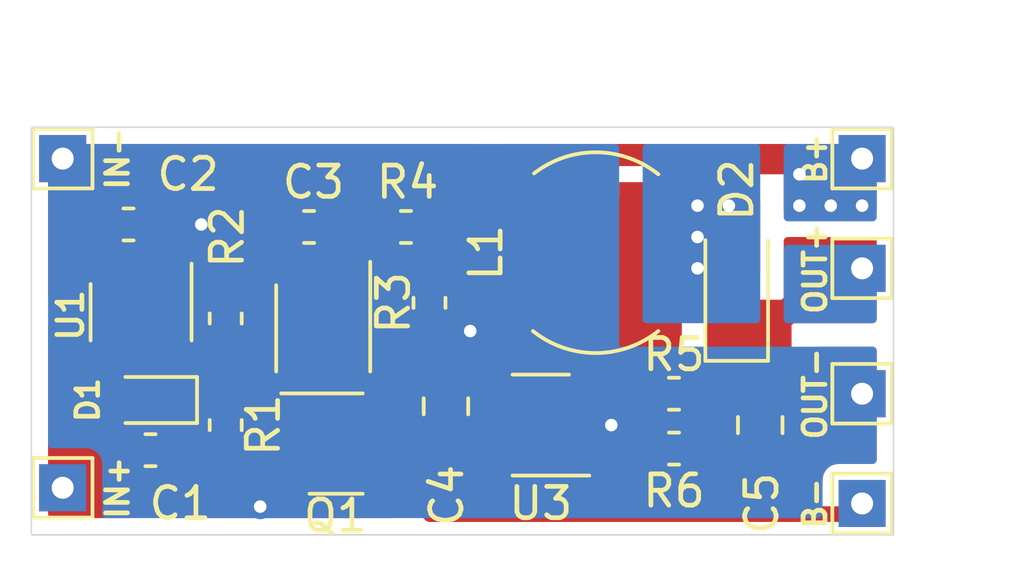
<source format=kicad_pcb>
(kicad_pcb (version 20171130) (host pcbnew "(5.1.6)-1")

  (general
    (thickness 1.6)
    (drawings 13)
    (tracks 129)
    (zones 0)
    (modules 24)
    (nets 16)
  )

  (page A4)
  (layers
    (0 F.Cu signal)
    (31 B.Cu signal)
    (32 B.Adhes user)
    (33 F.Adhes user)
    (34 B.Paste user)
    (35 F.Paste user)
    (36 B.SilkS user)
    (37 F.SilkS user)
    (38 B.Mask user)
    (39 F.Mask user)
    (40 Dwgs.User user)
    (41 Cmts.User user)
    (42 Eco1.User user)
    (43 Eco2.User user)
    (44 Edge.Cuts user)
    (45 Margin user)
    (46 B.CrtYd user)
    (47 F.CrtYd user)
    (48 B.Fab user hide)
    (49 F.Fab user hide)
  )

  (setup
    (last_trace_width 0.25)
    (user_trace_width 0.3)
    (user_trace_width 0.4)
    (user_trace_width 0.5)
    (user_trace_width 0.6)
    (user_trace_width 0.8)
    (trace_clearance 0.2)
    (zone_clearance 0.508)
    (zone_45_only no)
    (trace_min 0.2)
    (via_size 0.8)
    (via_drill 0.4)
    (via_min_size 0.4)
    (via_min_drill 0.3)
    (uvia_size 0.3)
    (uvia_drill 0.1)
    (uvias_allowed no)
    (uvia_min_size 0.2)
    (uvia_min_drill 0.1)
    (edge_width 0.05)
    (segment_width 0.2)
    (pcb_text_width 0.3)
    (pcb_text_size 1.5 1.5)
    (mod_edge_width 0.12)
    (mod_text_size 1 1)
    (mod_text_width 0.15)
    (pad_size 1.524 1.524)
    (pad_drill 0.762)
    (pad_to_mask_clearance 0.05)
    (aux_axis_origin 0 0)
    (visible_elements 7FFFFFFF)
    (pcbplotparams
      (layerselection 0x010fc_ffffffff)
      (usegerberextensions false)
      (usegerberattributes true)
      (usegerberadvancedattributes true)
      (creategerberjobfile true)
      (excludeedgelayer true)
      (linewidth 0.100000)
      (plotframeref false)
      (viasonmask false)
      (mode 1)
      (useauxorigin false)
      (hpglpennumber 1)
      (hpglpenspeed 20)
      (hpglpendiameter 15.000000)
      (psnegative false)
      (psa4output false)
      (plotreference true)
      (plotvalue true)
      (plotinvisibletext false)
      (padsonsilk false)
      (subtractmaskfromsilk false)
      (outputformat 1)
      (mirror false)
      (drillshape 0)
      (scaleselection 1)
      (outputdirectory "gerber/"))
  )

  (net 0 "")
  (net 1 GND)
  (net 2 /B+)
  (net 3 /B-)
  (net 4 "Net-(C3-Pad1)")
  (net 5 "Net-(D1-Pad1)")
  (net 6 "Net-(Q1-Pad3)")
  (net 7 "Net-(Q1-Pad1)")
  (net 8 "Net-(R1-Pad1)")
  (net 9 "Net-(R2-Pad2)")
  (net 10 VDD)
  (net 11 "Net-(Q1-Pad4)")
  (net 12 "Net-(R3-Pad1)")
  (net 13 /STEP-UP/VOUT)
  (net 14 "Net-(D2-Pad2)")
  (net 15 "Net-(R5-Pad2)")

  (net_class Default "This is the default net class."
    (clearance 0.2)
    (trace_width 0.25)
    (via_dia 0.8)
    (via_drill 0.4)
    (uvia_dia 0.3)
    (uvia_drill 0.1)
    (add_net /B+)
    (add_net /B-)
    (add_net /STEP-UP/VOUT)
    (add_net GND)
    (add_net "Net-(C3-Pad1)")
    (add_net "Net-(D1-Pad1)")
    (add_net "Net-(D2-Pad2)")
    (add_net "Net-(Q1-Pad1)")
    (add_net "Net-(Q1-Pad3)")
    (add_net "Net-(Q1-Pad4)")
    (add_net "Net-(R1-Pad1)")
    (add_net "Net-(R2-Pad2)")
    (add_net "Net-(R3-Pad1)")
    (add_net "Net-(R5-Pad2)")
    (add_net VDD)
  )

  (module MSS_Devices:SOT26 (layer F.Cu) (tedit 5FAED3ED) (tstamp 5F4AE8F4)
    (at 150.81 108.04 180)
    (path /5F4AB55B)
    (fp_text reference U2 (at 0.7 0) (layer F.Fab)
      (effects (font (size 0.15 0.15) (thickness 0.0375)))
    )
    (fp_text value AP9101CK6 (at -0.4 0) (layer F.Fab)
      (effects (font (size 0.15 0.15) (thickness 0.0375)))
    )
    (fp_line (start -1.75 -1.75) (end 1.75 -1.75) (layer F.CrtYd) (width 0.12))
    (fp_line (start -1.75 1.75) (end -1.75 -1.75) (layer F.CrtYd) (width 0.12))
    (fp_line (start 1.75 1.75) (end -1.75 1.75) (layer F.CrtYd) (width 0.12))
    (fp_line (start 1.75 -1.75) (end 1.75 1.75) (layer F.CrtYd) (width 0.12))
    (fp_circle (center -1 0.4) (end -0.858579 0.4) (layer F.Fab) (width 0.1))
    (fp_line (start -1.5 -0.9) (end 1.5 -0.9) (layer F.Fab) (width 0.1))
    (fp_line (start 1.5 -0.9) (end 1.5 0.9) (layer F.Fab) (width 0.1))
    (fp_line (start 1.5 0.9) (end -1.5 0.9) (layer F.Fab) (width 0.1))
    (fp_line (start -1.5 0.9) (end -1.5 -0.9) (layer F.Fab) (width 0.1))
    (fp_line (start -1.5 -1.75) (end -1.5 1.75) (layer F.SilkS) (width 0.12))
    (fp_line (start 1.5 -1.75) (end 1.5 1) (layer F.SilkS) (width 0.12))
    (pad 1 smd rect (at -0.95 1.2 180) (size 0.55 1) (layers F.Cu F.Paste F.Mask)
      (net 12 "Net-(R3-Pad1)"))
    (pad 2 smd rect (at 0 1.2 180) (size 0.55 1) (layers F.Cu F.Paste F.Mask)
      (net 4 "Net-(C3-Pad1)"))
    (pad 3 smd rect (at 0.95 1.2 180) (size 0.55 1) (layers F.Cu F.Paste F.Mask)
      (net 3 /B-))
    (pad 4 smd rect (at 0.95 -1.2 180) (size 0.55 1) (layers F.Cu F.Paste F.Mask)
      (net 7 "Net-(Q1-Pad1)"))
    (pad 5 smd rect (at 0 -1.2 180) (size 0.55 1) (layers F.Cu F.Paste F.Mask)
      (net 6 "Net-(Q1-Pad3)"))
    (pad 6 smd rect (at -0.95 -1.2 180) (size 0.55 1) (layers F.Cu F.Paste F.Mask))
    (model ${KISYS3DMOD}/Package_TO_SOT_SMD.3dshapes/SOT-23-6.step
      (at (xyz 0 0 0))
      (scale (xyz 1 1 1))
      (rotate (xyz 0 0 90))
    )
  )

  (module Package_TO_SOT_SMD:SOT-23-5 (layer F.Cu) (tedit 5A02FF57) (tstamp 5FAEA7DB)
    (at 157.75 111.5 180)
    (descr "5-pin SOT23 package")
    (tags SOT-23-5)
    (path /5FB37943/5FB39CA8)
    (attr smd)
    (fp_text reference U3 (at 0 -2.5) (layer F.SilkS)
      (effects (font (size 1 1) (thickness 0.15)))
    )
    (fp_text value MIC2251 (at 0 2.9) (layer F.Fab)
      (effects (font (size 1 1) (thickness 0.15)))
    )
    (fp_line (start -0.9 1.61) (end 0.9 1.61) (layer F.SilkS) (width 0.12))
    (fp_line (start 0.9 -1.61) (end -1.55 -1.61) (layer F.SilkS) (width 0.12))
    (fp_line (start -1.9 -1.8) (end 1.9 -1.8) (layer F.CrtYd) (width 0.05))
    (fp_line (start 1.9 -1.8) (end 1.9 1.8) (layer F.CrtYd) (width 0.05))
    (fp_line (start 1.9 1.8) (end -1.9 1.8) (layer F.CrtYd) (width 0.05))
    (fp_line (start -1.9 1.8) (end -1.9 -1.8) (layer F.CrtYd) (width 0.05))
    (fp_line (start -0.9 -0.9) (end -0.25 -1.55) (layer F.Fab) (width 0.1))
    (fp_line (start 0.9 -1.55) (end -0.25 -1.55) (layer F.Fab) (width 0.1))
    (fp_line (start -0.9 -0.9) (end -0.9 1.55) (layer F.Fab) (width 0.1))
    (fp_line (start 0.9 1.55) (end -0.9 1.55) (layer F.Fab) (width 0.1))
    (fp_line (start 0.9 -1.55) (end 0.9 1.55) (layer F.Fab) (width 0.1))
    (fp_text user %R (at 0 0 90) (layer F.Fab)
      (effects (font (size 0.5 0.5) (thickness 0.075)))
    )
    (pad 5 smd rect (at 1.1 -0.95 180) (size 1.06 0.65) (layers F.Cu F.Paste F.Mask)
      (net 2 /B+))
    (pad 4 smd rect (at 1.1 0.95 180) (size 1.06 0.65) (layers F.Cu F.Paste F.Mask)
      (net 2 /B+))
    (pad 3 smd rect (at -1.1 0.95 180) (size 1.06 0.65) (layers F.Cu F.Paste F.Mask)
      (net 15 "Net-(R5-Pad2)"))
    (pad 2 smd rect (at -1.1 0 180) (size 1.06 0.65) (layers F.Cu F.Paste F.Mask)
      (net 1 GND))
    (pad 1 smd rect (at -1.1 -0.95 180) (size 1.06 0.65) (layers F.Cu F.Paste F.Mask)
      (net 14 "Net-(D2-Pad2)"))
    (model ${KISYS3DMOD}/Package_TO_SOT_SMD.3dshapes/SOT-23-5.wrl
      (at (xyz 0 0 0))
      (scale (xyz 1 1 1))
      (rotate (xyz 0 0 0))
    )
  )

  (module Resistor_SMD:R_0603_1608Metric (layer F.Cu) (tedit 5B301BBD) (tstamp 5FAEA88B)
    (at 162 112.25)
    (descr "Resistor SMD 0603 (1608 Metric), square (rectangular) end terminal, IPC_7351 nominal, (Body size source: http://www.tortai-tech.com/upload/download/2011102023233369053.pdf), generated with kicad-footprint-generator")
    (tags resistor)
    (path /5FB37943/5FB39CCE)
    (attr smd)
    (fp_text reference R6 (at 0 1.35) (layer F.SilkS)
      (effects (font (size 1 1) (thickness 0.15)))
    )
    (fp_text value 33K (at 0 1.43) (layer F.Fab)
      (effects (font (size 1 1) (thickness 0.15)))
    )
    (fp_line (start -0.8 0.4) (end -0.8 -0.4) (layer F.Fab) (width 0.1))
    (fp_line (start -0.8 -0.4) (end 0.8 -0.4) (layer F.Fab) (width 0.1))
    (fp_line (start 0.8 -0.4) (end 0.8 0.4) (layer F.Fab) (width 0.1))
    (fp_line (start 0.8 0.4) (end -0.8 0.4) (layer F.Fab) (width 0.1))
    (fp_line (start -0.162779 -0.51) (end 0.162779 -0.51) (layer F.SilkS) (width 0.12))
    (fp_line (start -0.162779 0.51) (end 0.162779 0.51) (layer F.SilkS) (width 0.12))
    (fp_line (start -1.48 0.73) (end -1.48 -0.73) (layer F.CrtYd) (width 0.05))
    (fp_line (start -1.48 -0.73) (end 1.48 -0.73) (layer F.CrtYd) (width 0.05))
    (fp_line (start 1.48 -0.73) (end 1.48 0.73) (layer F.CrtYd) (width 0.05))
    (fp_line (start 1.48 0.73) (end -1.48 0.73) (layer F.CrtYd) (width 0.05))
    (fp_text user %R (at 0 0) (layer F.Fab)
      (effects (font (size 0.4 0.4) (thickness 0.06)))
    )
    (pad 2 smd roundrect (at 0.7875 0) (size 0.875 0.95) (layers F.Cu F.Paste F.Mask) (roundrect_rratio 0.25)
      (net 1 GND))
    (pad 1 smd roundrect (at -0.7875 0) (size 0.875 0.95) (layers F.Cu F.Paste F.Mask) (roundrect_rratio 0.25)
      (net 15 "Net-(R5-Pad2)"))
    (model ${KISYS3DMOD}/Resistor_SMD.3dshapes/R_0603_1608Metric.wrl
      (at (xyz 0 0 0))
      (scale (xyz 1 1 1))
      (rotate (xyz 0 0 0))
    )
  )

  (module Resistor_SMD:R_0603_1608Metric (layer F.Cu) (tedit 5B301BBD) (tstamp 5FAEA7A7)
    (at 162 110.5 180)
    (descr "Resistor SMD 0603 (1608 Metric), square (rectangular) end terminal, IPC_7351 nominal, (Body size source: http://www.tortai-tech.com/upload/download/2011102023233369053.pdf), generated with kicad-footprint-generator")
    (tags resistor)
    (path /5FB37943/5FB39CC7)
    (attr smd)
    (fp_text reference R5 (at 0 1.25) (layer F.SilkS)
      (effects (font (size 1 1) (thickness 0.15)))
    )
    (fp_text value 100K (at 0 1.43) (layer F.Fab)
      (effects (font (size 1 1) (thickness 0.15)))
    )
    (fp_line (start -0.8 0.4) (end -0.8 -0.4) (layer F.Fab) (width 0.1))
    (fp_line (start -0.8 -0.4) (end 0.8 -0.4) (layer F.Fab) (width 0.1))
    (fp_line (start 0.8 -0.4) (end 0.8 0.4) (layer F.Fab) (width 0.1))
    (fp_line (start 0.8 0.4) (end -0.8 0.4) (layer F.Fab) (width 0.1))
    (fp_line (start -0.162779 -0.51) (end 0.162779 -0.51) (layer F.SilkS) (width 0.12))
    (fp_line (start -0.162779 0.51) (end 0.162779 0.51) (layer F.SilkS) (width 0.12))
    (fp_line (start -1.48 0.73) (end -1.48 -0.73) (layer F.CrtYd) (width 0.05))
    (fp_line (start -1.48 -0.73) (end 1.48 -0.73) (layer F.CrtYd) (width 0.05))
    (fp_line (start 1.48 -0.73) (end 1.48 0.73) (layer F.CrtYd) (width 0.05))
    (fp_line (start 1.48 0.73) (end -1.48 0.73) (layer F.CrtYd) (width 0.05))
    (fp_text user %R (at 0 0) (layer F.Fab)
      (effects (font (size 0.4 0.4) (thickness 0.06)))
    )
    (pad 2 smd roundrect (at 0.7875 0 180) (size 0.875 0.95) (layers F.Cu F.Paste F.Mask) (roundrect_rratio 0.25)
      (net 15 "Net-(R5-Pad2)"))
    (pad 1 smd roundrect (at -0.7875 0 180) (size 0.875 0.95) (layers F.Cu F.Paste F.Mask) (roundrect_rratio 0.25)
      (net 13 /STEP-UP/VOUT))
    (model ${KISYS3DMOD}/Resistor_SMD.3dshapes/R_0603_1608Metric.wrl
      (at (xyz 0 0 0))
      (scale (xyz 1 1 1))
      (rotate (xyz 0 0 0))
    )
  )

  (module MSS_Devices:L_Bourns_SDR0403 (layer F.Cu) (tedit 5FAE9022) (tstamp 5FAEA8B6)
    (at 159.5 106 90)
    (path /5FB37943/5FB39CB4)
    (fp_text reference L1 (at 0 -3.5 90) (layer F.SilkS)
      (effects (font (size 1 1) (thickness 0.15)))
    )
    (fp_text value 10uH (at 0 -5.25 90) (layer F.Fab)
      (effects (font (size 1 1) (thickness 0.15)))
    )
    (fp_line (start -3.5 -3) (end 3.5 -3) (layer F.CrtYd) (width 0.12))
    (fp_line (start 3.5 -3) (end 3.5 3) (layer F.CrtYd) (width 0.12))
    (fp_line (start 3.5 3) (end -3.5 3) (layer F.CrtYd) (width 0.12))
    (fp_line (start -3.5 3) (end -3.5 -3) (layer F.CrtYd) (width 0.12))
    (fp_arc (start 0 0) (end 2.5 2) (angle -76.5) (layer F.SilkS) (width 0.12))
    (fp_arc (start 0 0) (end -2.5 -2) (angle -77.3) (layer F.SilkS) (width 0.12))
    (pad 2 smd rect (at 0 1.65 90) (size 4.5 1.8) (layers F.Cu F.Paste F.Mask)
      (net 14 "Net-(D2-Pad2)"))
    (pad 1 smd rect (at 0 -1.65 90) (size 4.5 1.8) (layers F.Cu F.Paste F.Mask)
      (net 2 /B+))
    (model ${MSS_3DMOD}/MSS/sdr0503.STEP
      (at (xyz 0 0 0))
      (scale (xyz 1 1 1))
      (rotate (xyz -90 0 90))
    )
  )

  (module Diode_SMD:D_SOD-123F (layer F.Cu) (tedit 587F7769) (tstamp 5FAEA84B)
    (at 164 107.25 90)
    (descr D_SOD-123F)
    (tags D_SOD-123F)
    (path /5FB37943/5FB39CBA)
    (attr smd)
    (fp_text reference D2 (at 3.25 0 90) (layer F.SilkS)
      (effects (font (size 1 1) (thickness 0.15)))
    )
    (fp_text value SM5819PL-TP (at 0 2.1 90) (layer F.Fab)
      (effects (font (size 1 1) (thickness 0.15)))
    )
    (fp_line (start -2.2 -1) (end -2.2 1) (layer F.SilkS) (width 0.12))
    (fp_line (start 0.25 0) (end 0.75 0) (layer F.Fab) (width 0.1))
    (fp_line (start 0.25 0.4) (end -0.35 0) (layer F.Fab) (width 0.1))
    (fp_line (start 0.25 -0.4) (end 0.25 0.4) (layer F.Fab) (width 0.1))
    (fp_line (start -0.35 0) (end 0.25 -0.4) (layer F.Fab) (width 0.1))
    (fp_line (start -0.35 0) (end -0.35 0.55) (layer F.Fab) (width 0.1))
    (fp_line (start -0.35 0) (end -0.35 -0.55) (layer F.Fab) (width 0.1))
    (fp_line (start -0.75 0) (end -0.35 0) (layer F.Fab) (width 0.1))
    (fp_line (start -1.4 0.9) (end -1.4 -0.9) (layer F.Fab) (width 0.1))
    (fp_line (start 1.4 0.9) (end -1.4 0.9) (layer F.Fab) (width 0.1))
    (fp_line (start 1.4 -0.9) (end 1.4 0.9) (layer F.Fab) (width 0.1))
    (fp_line (start -1.4 -0.9) (end 1.4 -0.9) (layer F.Fab) (width 0.1))
    (fp_line (start -2.2 -1.15) (end 2.2 -1.15) (layer F.CrtYd) (width 0.05))
    (fp_line (start 2.2 -1.15) (end 2.2 1.15) (layer F.CrtYd) (width 0.05))
    (fp_line (start 2.2 1.15) (end -2.2 1.15) (layer F.CrtYd) (width 0.05))
    (fp_line (start -2.2 -1.15) (end -2.2 1.15) (layer F.CrtYd) (width 0.05))
    (fp_line (start -2.2 1) (end 1.65 1) (layer F.SilkS) (width 0.12))
    (fp_line (start -2.2 -1) (end 1.65 -1) (layer F.SilkS) (width 0.12))
    (fp_text user %R (at -0.127 -1.905 90) (layer F.Fab)
      (effects (font (size 1 1) (thickness 0.15)))
    )
    (pad 2 smd rect (at 1.4 0 90) (size 1.1 1.1) (layers F.Cu F.Paste F.Mask)
      (net 14 "Net-(D2-Pad2)"))
    (pad 1 smd rect (at -1.4 0 90) (size 1.1 1.1) (layers F.Cu F.Paste F.Mask)
      (net 13 /STEP-UP/VOUT))
    (model ${KISYS3DMOD}/Diode_SMD.3dshapes/D_SOD-123F.wrl
      (at (xyz 0 0 0))
      (scale (xyz 1 1 1))
      (rotate (xyz 0 0 0))
    )
  )

  (module Capacitor_SMD:C_0805_2012Metric (layer F.Cu) (tedit 5B36C52B) (tstamp 5FAEA813)
    (at 164.75 111.5 270)
    (descr "Capacitor SMD 0805 (2012 Metric), square (rectangular) end terminal, IPC_7351 nominal, (Body size source: https://docs.google.com/spreadsheets/d/1BsfQQcO9C6DZCsRaXUlFlo91Tg2WpOkGARC1WS5S8t0/edit?usp=sharing), generated with kicad-footprint-generator")
    (tags capacitor)
    (path /5FB37943/5FB39CC0)
    (attr smd)
    (fp_text reference C5 (at 2.5 -0.05 90) (layer F.SilkS)
      (effects (font (size 1 1) (thickness 0.15)))
    )
    (fp_text value 4.7nF (at 0 1.65 90) (layer F.Fab)
      (effects (font (size 1 1) (thickness 0.15)))
    )
    (fp_line (start -1 0.6) (end -1 -0.6) (layer F.Fab) (width 0.1))
    (fp_line (start -1 -0.6) (end 1 -0.6) (layer F.Fab) (width 0.1))
    (fp_line (start 1 -0.6) (end 1 0.6) (layer F.Fab) (width 0.1))
    (fp_line (start 1 0.6) (end -1 0.6) (layer F.Fab) (width 0.1))
    (fp_line (start -0.258578 -0.71) (end 0.258578 -0.71) (layer F.SilkS) (width 0.12))
    (fp_line (start -0.258578 0.71) (end 0.258578 0.71) (layer F.SilkS) (width 0.12))
    (fp_line (start -1.68 0.95) (end -1.68 -0.95) (layer F.CrtYd) (width 0.05))
    (fp_line (start -1.68 -0.95) (end 1.68 -0.95) (layer F.CrtYd) (width 0.05))
    (fp_line (start 1.68 -0.95) (end 1.68 0.95) (layer F.CrtYd) (width 0.05))
    (fp_line (start 1.68 0.95) (end -1.68 0.95) (layer F.CrtYd) (width 0.05))
    (fp_text user %R (at 0 0 90) (layer F.Fab)
      (effects (font (size 0.5 0.5) (thickness 0.08)))
    )
    (pad 2 smd roundrect (at 0.9375 0 270) (size 0.975 1.4) (layers F.Cu F.Paste F.Mask) (roundrect_rratio 0.25)
      (net 1 GND))
    (pad 1 smd roundrect (at -0.9375 0 270) (size 0.975 1.4) (layers F.Cu F.Paste F.Mask) (roundrect_rratio 0.25)
      (net 13 /STEP-UP/VOUT))
    (model ${KISYS3DMOD}/Capacitor_SMD.3dshapes/C_0805_2012Metric.wrl
      (at (xyz 0 0 0))
      (scale (xyz 1 1 1))
      (rotate (xyz 0 0 0))
    )
  )

  (module Capacitor_SMD:C_0805_2012Metric (layer F.Cu) (tedit 5B36C52B) (tstamp 5FAEB215)
    (at 154.725 110.9 90)
    (descr "Capacitor SMD 0805 (2012 Metric), square (rectangular) end terminal, IPC_7351 nominal, (Body size source: https://docs.google.com/spreadsheets/d/1BsfQQcO9C6DZCsRaXUlFlo91Tg2WpOkGARC1WS5S8t0/edit?usp=sharing), generated with kicad-footprint-generator")
    (tags capacitor)
    (path /5FB37943/5FB39CAE)
    (attr smd)
    (fp_text reference C4 (at -2.85 0.025 90) (layer F.SilkS)
      (effects (font (size 1 1) (thickness 0.15)))
    )
    (fp_text value 10uF (at 0 1.65 90) (layer F.Fab)
      (effects (font (size 1 1) (thickness 0.15)))
    )
    (fp_line (start -1 0.6) (end -1 -0.6) (layer F.Fab) (width 0.1))
    (fp_line (start -1 -0.6) (end 1 -0.6) (layer F.Fab) (width 0.1))
    (fp_line (start 1 -0.6) (end 1 0.6) (layer F.Fab) (width 0.1))
    (fp_line (start 1 0.6) (end -1 0.6) (layer F.Fab) (width 0.1))
    (fp_line (start -0.258578 -0.71) (end 0.258578 -0.71) (layer F.SilkS) (width 0.12))
    (fp_line (start -0.258578 0.71) (end 0.258578 0.71) (layer F.SilkS) (width 0.12))
    (fp_line (start -1.68 0.95) (end -1.68 -0.95) (layer F.CrtYd) (width 0.05))
    (fp_line (start -1.68 -0.95) (end 1.68 -0.95) (layer F.CrtYd) (width 0.05))
    (fp_line (start 1.68 -0.95) (end 1.68 0.95) (layer F.CrtYd) (width 0.05))
    (fp_line (start 1.68 0.95) (end -1.68 0.95) (layer F.CrtYd) (width 0.05))
    (fp_text user %R (at 0 0 90) (layer F.Fab)
      (effects (font (size 0.5 0.5) (thickness 0.08)))
    )
    (pad 2 smd roundrect (at 0.9375 0 90) (size 0.975 1.4) (layers F.Cu F.Paste F.Mask) (roundrect_rratio 0.25)
      (net 1 GND))
    (pad 1 smd roundrect (at -0.9375 0 90) (size 0.975 1.4) (layers F.Cu F.Paste F.Mask) (roundrect_rratio 0.25)
      (net 2 /B+))
    (model ${KISYS3DMOD}/Capacitor_SMD.3dshapes/C_0805_2012Metric.wrl
      (at (xyz 0 0 0))
      (scale (xyz 1 1 1))
      (rotate (xyz 0 0 0))
    )
  )

  (module TestPoint:TestPoint_THTPad_1.5x1.5mm_Drill0.7mm (layer F.Cu) (tedit 5A0F774F) (tstamp 5F4DAF1C)
    (at 168 114)
    (descr "THT rectangular pad as test Point, square 1.5mm side length, hole diameter 0.7mm")
    (tags "test point THT pad rectangle square")
    (path /5F4DF38D)
    (attr virtual)
    (fp_text reference J5 (at 0 -1.648) (layer F.SilkS) hide
      (effects (font (size 1 1) (thickness 0.15)))
    )
    (fp_text value B- (at 0 1.75) (layer F.Fab)
      (effects (font (size 1 1) (thickness 0.15)))
    )
    (fp_line (start 1.25 1.25) (end -1.25 1.25) (layer F.CrtYd) (width 0.05))
    (fp_line (start 1.25 1.25) (end 1.25 -1.25) (layer F.CrtYd) (width 0.05))
    (fp_line (start -1.25 -1.25) (end -1.25 1.25) (layer F.CrtYd) (width 0.05))
    (fp_line (start -1.25 -1.25) (end 1.25 -1.25) (layer F.CrtYd) (width 0.05))
    (fp_line (start -0.95 0.95) (end -0.95 -0.95) (layer F.SilkS) (width 0.12))
    (fp_line (start 0.95 0.95) (end -0.95 0.95) (layer F.SilkS) (width 0.12))
    (fp_line (start 0.95 -0.95) (end 0.95 0.95) (layer F.SilkS) (width 0.12))
    (fp_line (start -0.95 -0.95) (end 0.95 -0.95) (layer F.SilkS) (width 0.12))
    (fp_text user %R (at 0 -1.65) (layer F.Fab)
      (effects (font (size 1 1) (thickness 0.15)))
    )
    (pad 1 thru_hole rect (at 0 0) (size 1.5 1.5) (drill 0.7) (layers *.Cu *.Mask)
      (net 3 /B-))
  )

  (module Package_TO_SOT_SMD:SuperSOT-6 (layer F.Cu) (tedit 5A02FF57) (tstamp 5F51F0FB)
    (at 151.22 112.09)
    (descr "6-pin SuperSOT package http://www.mouser.com/ds/2/149/FMB5551-889214.pdf")
    (tags "SuperSOT-6 SSOT-6")
    (path /5F52AED7)
    (attr smd)
    (fp_text reference Q1 (at -0.02 2.31) (layer F.SilkS)
      (effects (font (size 1 1) (thickness 0.15)))
    )
    (fp_text value FDC6401N (at 0 2.5) (layer F.Fab)
      (effects (font (size 1 1) (thickness 0.15)))
    )
    (fp_line (start 2.05 1.7) (end -2.05 1.7) (layer F.CrtYd) (width 0.05))
    (fp_line (start 2.05 1.7) (end 2.05 -1.7) (layer F.CrtYd) (width 0.05))
    (fp_line (start -2.05 -1.7) (end -2.05 1.7) (layer F.CrtYd) (width 0.05))
    (fp_line (start -2.05 -1.7) (end 2.05 -1.7) (layer F.CrtYd) (width 0.05))
    (fp_line (start -0.85 -1) (end -0.85 1.45) (layer F.Fab) (width 0.12))
    (fp_line (start -0.4 -1.45) (end -0.85 -1) (layer F.Fab) (width 0.12))
    (fp_line (start 0.85 -1.45) (end -0.4 -1.45) (layer F.Fab) (width 0.12))
    (fp_line (start 0.85 1.45) (end 0.85 -1.45) (layer F.Fab) (width 0.12))
    (fp_line (start -0.85 1.45) (end 0.85 1.45) (layer F.Fab) (width 0.12))
    (fp_line (start 0.85 1.6) (end -0.85 1.6) (layer F.SilkS) (width 0.12))
    (fp_line (start 0.85 -1.6) (end -1.75 -1.6) (layer F.SilkS) (width 0.12))
    (fp_text user %R (at 0 0 90) (layer F.Fab)
      (effects (font (size 0.5 0.5) (thickness 0.075)))
    )
    (pad 5 smd rect (at 1.3 0) (size 1 0.7) (layers F.Cu F.Paste F.Mask)
      (net 3 /B-))
    (pad 6 smd rect (at 1.3 -0.95) (size 1 0.7) (layers F.Cu F.Paste F.Mask)
      (net 11 "Net-(Q1-Pad4)"))
    (pad 4 smd rect (at 1.3 0.95) (size 1 0.7) (layers F.Cu F.Paste F.Mask)
      (net 11 "Net-(Q1-Pad4)"))
    (pad 3 smd rect (at -1.3 0.95) (size 1 0.7) (layers F.Cu F.Paste F.Mask)
      (net 6 "Net-(Q1-Pad3)"))
    (pad 2 smd rect (at -1.3 0) (size 1 0.7) (layers F.Cu F.Paste F.Mask)
      (net 1 GND))
    (pad 1 smd rect (at -1.3 -0.95) (size 1 0.7) (layers F.Cu F.Paste F.Mask)
      (net 7 "Net-(Q1-Pad1)"))
    (model ${KISYS3DMOD}/Package_TO_SOT_SMD.3dshapes/SuperSOT-6.wrl
      (at (xyz 0 0 0))
      (scale (xyz 1 1 1))
      (rotate (xyz 0 0 0))
    )
  )

  (module TestPoint:TestPoint_THTPad_1.5x1.5mm_Drill0.7mm (layer F.Cu) (tedit 5A0F774F) (tstamp 5F4DA8C7)
    (at 168 110.5)
    (descr "THT rectangular pad as test Point, square 1.5mm side length, hole diameter 0.7mm")
    (tags "test point THT pad rectangle square")
    (path /5F4E06D9)
    (attr virtual)
    (fp_text reference J6 (at 0 -1.648) (layer F.SilkS) hide
      (effects (font (size 1 1) (thickness 0.15)))
    )
    (fp_text value OUT- (at 0 1.75) (layer F.Fab)
      (effects (font (size 1 1) (thickness 0.15)))
    )
    (fp_line (start 1.25 1.25) (end -1.25 1.25) (layer F.CrtYd) (width 0.05))
    (fp_line (start 1.25 1.25) (end 1.25 -1.25) (layer F.CrtYd) (width 0.05))
    (fp_line (start -1.25 -1.25) (end -1.25 1.25) (layer F.CrtYd) (width 0.05))
    (fp_line (start -1.25 -1.25) (end 1.25 -1.25) (layer F.CrtYd) (width 0.05))
    (fp_line (start -0.95 0.95) (end -0.95 -0.95) (layer F.SilkS) (width 0.12))
    (fp_line (start 0.95 0.95) (end -0.95 0.95) (layer F.SilkS) (width 0.12))
    (fp_line (start 0.95 -0.95) (end 0.95 0.95) (layer F.SilkS) (width 0.12))
    (fp_line (start -0.95 -0.95) (end 0.95 -0.95) (layer F.SilkS) (width 0.12))
    (fp_text user %R (at 0 -1.65) (layer F.Fab)
      (effects (font (size 1 1) (thickness 0.15)))
    )
    (pad 1 thru_hole rect (at 0 0) (size 1.5 1.5) (drill 0.7) (layers *.Cu *.Mask)
      (net 1 GND))
  )

  (module TestPoint:TestPoint_THTPad_1.5x1.5mm_Drill0.7mm (layer F.Cu) (tedit 5A0F774F) (tstamp 5FAE9E12)
    (at 168 103)
    (descr "THT rectangular pad as test Point, square 1.5mm side length, hole diameter 0.7mm")
    (tags "test point THT pad rectangle square")
    (path /5F4DE4D2)
    (attr virtual)
    (fp_text reference J4 (at 0 -1.648) (layer F.SilkS) hide
      (effects (font (size 1 1) (thickness 0.15)))
    )
    (fp_text value B+ (at 0 1.75) (layer F.Fab)
      (effects (font (size 1 1) (thickness 0.15)))
    )
    (fp_line (start 1.25 1.25) (end -1.25 1.25) (layer F.CrtYd) (width 0.05))
    (fp_line (start 1.25 1.25) (end 1.25 -1.25) (layer F.CrtYd) (width 0.05))
    (fp_line (start -1.25 -1.25) (end -1.25 1.25) (layer F.CrtYd) (width 0.05))
    (fp_line (start -1.25 -1.25) (end 1.25 -1.25) (layer F.CrtYd) (width 0.05))
    (fp_line (start -0.95 0.95) (end -0.95 -0.95) (layer F.SilkS) (width 0.12))
    (fp_line (start 0.95 0.95) (end -0.95 0.95) (layer F.SilkS) (width 0.12))
    (fp_line (start 0.95 -0.95) (end 0.95 0.95) (layer F.SilkS) (width 0.12))
    (fp_line (start -0.95 -0.95) (end 0.95 -0.95) (layer F.SilkS) (width 0.12))
    (fp_text user %R (at 0 -1.65) (layer F.Fab)
      (effects (font (size 1 1) (thickness 0.15)))
    )
    (pad 1 thru_hole rect (at 0 0) (size 1.5 1.5) (drill 0.7) (layers *.Cu *.Mask)
      (net 2 /B+))
  )

  (module TestPoint:TestPoint_THTPad_1.5x1.5mm_Drill0.7mm (layer F.Cu) (tedit 5A0F774F) (tstamp 5F4DAEAF)
    (at 168 106.5)
    (descr "THT rectangular pad as test Point, square 1.5mm side length, hole diameter 0.7mm")
    (tags "test point THT pad rectangle square")
    (path /5F4DC6C5)
    (attr virtual)
    (fp_text reference J3 (at 0 -1.648) (layer F.SilkS) hide
      (effects (font (size 1 1) (thickness 0.15)))
    )
    (fp_text value OUT+ (at 0 1.75) (layer F.Fab)
      (effects (font (size 1 1) (thickness 0.15)))
    )
    (fp_line (start 1.25 1.25) (end -1.25 1.25) (layer F.CrtYd) (width 0.05))
    (fp_line (start 1.25 1.25) (end 1.25 -1.25) (layer F.CrtYd) (width 0.05))
    (fp_line (start -1.25 -1.25) (end -1.25 1.25) (layer F.CrtYd) (width 0.05))
    (fp_line (start -1.25 -1.25) (end 1.25 -1.25) (layer F.CrtYd) (width 0.05))
    (fp_line (start -0.95 0.95) (end -0.95 -0.95) (layer F.SilkS) (width 0.12))
    (fp_line (start 0.95 0.95) (end -0.95 0.95) (layer F.SilkS) (width 0.12))
    (fp_line (start 0.95 -0.95) (end 0.95 0.95) (layer F.SilkS) (width 0.12))
    (fp_line (start -0.95 -0.95) (end 0.95 -0.95) (layer F.SilkS) (width 0.12))
    (fp_text user %R (at 0 -1.65) (layer F.Fab)
      (effects (font (size 1 1) (thickness 0.15)))
    )
    (pad 1 thru_hole rect (at 0 0) (size 1.5 1.5) (drill 0.7) (layers *.Cu *.Mask)
      (net 13 /STEP-UP/VOUT))
  )

  (module TestPoint:TestPoint_THTPad_1.5x1.5mm_Drill0.7mm (layer F.Cu) (tedit 5A0F774F) (tstamp 5F4DA88F)
    (at 142.5 103)
    (descr "THT rectangular pad as test Point, square 1.5mm side length, hole diameter 0.7mm")
    (tags "test point THT pad rectangle square")
    (path /5F4E3B16)
    (attr virtual)
    (fp_text reference J2 (at 0 -1.648) (layer F.SilkS) hide
      (effects (font (size 1 1) (thickness 0.15)))
    )
    (fp_text value IN- (at 0 1.75) (layer F.Fab)
      (effects (font (size 1 1) (thickness 0.15)))
    )
    (fp_line (start 1.25 1.25) (end -1.25 1.25) (layer F.CrtYd) (width 0.05))
    (fp_line (start 1.25 1.25) (end 1.25 -1.25) (layer F.CrtYd) (width 0.05))
    (fp_line (start -1.25 -1.25) (end -1.25 1.25) (layer F.CrtYd) (width 0.05))
    (fp_line (start -1.25 -1.25) (end 1.25 -1.25) (layer F.CrtYd) (width 0.05))
    (fp_line (start -0.95 0.95) (end -0.95 -0.95) (layer F.SilkS) (width 0.12))
    (fp_line (start 0.95 0.95) (end -0.95 0.95) (layer F.SilkS) (width 0.12))
    (fp_line (start 0.95 -0.95) (end 0.95 0.95) (layer F.SilkS) (width 0.12))
    (fp_line (start -0.95 -0.95) (end 0.95 -0.95) (layer F.SilkS) (width 0.12))
    (fp_text user %R (at 0 -1.65) (layer F.Fab)
      (effects (font (size 1 1) (thickness 0.15)))
    )
    (pad 1 thru_hole rect (at 0 0) (size 1.5 1.5) (drill 0.7) (layers *.Cu *.Mask)
      (net 1 GND))
  )

  (module TestPoint:TestPoint_THTPad_1.5x1.5mm_Drill0.7mm (layer F.Cu) (tedit 5A0F774F) (tstamp 5F4DA881)
    (at 142.5 113.5)
    (descr "THT rectangular pad as test Point, square 1.5mm side length, hole diameter 0.7mm")
    (tags "test point THT pad rectangle square")
    (path /5F4DAD06)
    (attr virtual)
    (fp_text reference J1 (at 0 -1.648) (layer F.SilkS) hide
      (effects (font (size 1 1) (thickness 0.15)))
    )
    (fp_text value IN+ (at 0 1.75) (layer F.Fab)
      (effects (font (size 1 1) (thickness 0.15)))
    )
    (fp_line (start 1.25 1.25) (end -1.25 1.25) (layer F.CrtYd) (width 0.05))
    (fp_line (start 1.25 1.25) (end 1.25 -1.25) (layer F.CrtYd) (width 0.05))
    (fp_line (start -1.25 -1.25) (end -1.25 1.25) (layer F.CrtYd) (width 0.05))
    (fp_line (start -1.25 -1.25) (end 1.25 -1.25) (layer F.CrtYd) (width 0.05))
    (fp_line (start -0.95 0.95) (end -0.95 -0.95) (layer F.SilkS) (width 0.12))
    (fp_line (start 0.95 0.95) (end -0.95 0.95) (layer F.SilkS) (width 0.12))
    (fp_line (start 0.95 -0.95) (end 0.95 0.95) (layer F.SilkS) (width 0.12))
    (fp_line (start -0.95 -0.95) (end 0.95 -0.95) (layer F.SilkS) (width 0.12))
    (fp_text user %R (at 0 -1.65) (layer F.Fab)
      (effects (font (size 1 1) (thickness 0.15)))
    )
    (pad 1 thru_hole rect (at 0 0) (size 1.5 1.5) (drill 0.7) (layers *.Cu *.Mask)
      (net 10 VDD))
  )

  (module Package_TO_SOT_SMD:SOT-23-5 (layer F.Cu) (tedit 5A02FF57) (tstamp 5F4AE8E6)
    (at 145 107.9 270)
    (descr "5-pin SOT23 package")
    (tags SOT-23-5)
    (path /5F4A97F6)
    (attr smd)
    (fp_text reference U1 (at 0.1 2.25 90) (layer F.SilkS)
      (effects (font (size 0.8 0.8) (thickness 0.15)))
    )
    (fp_text value MCP73831 (at 0 2.9 90) (layer F.Fab)
      (effects (font (size 1 1) (thickness 0.15)))
    )
    (fp_line (start -0.9 1.61) (end 0.9 1.61) (layer F.SilkS) (width 0.12))
    (fp_line (start 0.9 -1.61) (end -1.55 -1.61) (layer F.SilkS) (width 0.12))
    (fp_line (start -1.9 -1.8) (end 1.9 -1.8) (layer F.CrtYd) (width 0.05))
    (fp_line (start 1.9 -1.8) (end 1.9 1.8) (layer F.CrtYd) (width 0.05))
    (fp_line (start 1.9 1.8) (end -1.9 1.8) (layer F.CrtYd) (width 0.05))
    (fp_line (start -1.9 1.8) (end -1.9 -1.8) (layer F.CrtYd) (width 0.05))
    (fp_line (start -0.9 -0.9) (end -0.25 -1.55) (layer F.Fab) (width 0.1))
    (fp_line (start 0.9 -1.55) (end -0.25 -1.55) (layer F.Fab) (width 0.1))
    (fp_line (start -0.9 -0.9) (end -0.9 1.55) (layer F.Fab) (width 0.1))
    (fp_line (start 0.9 1.55) (end -0.9 1.55) (layer F.Fab) (width 0.1))
    (fp_line (start 0.9 -1.55) (end 0.9 1.55) (layer F.Fab) (width 0.1))
    (fp_text user %R (at 0 0) (layer F.Fab)
      (effects (font (size 0.5 0.5) (thickness 0.075)))
    )
    (pad 5 smd rect (at 1.1 -0.95 270) (size 1.06 0.65) (layers F.Cu F.Paste F.Mask)
      (net 9 "Net-(R2-Pad2)"))
    (pad 4 smd rect (at 1.1 0.95 270) (size 1.06 0.65) (layers F.Cu F.Paste F.Mask)
      (net 10 VDD))
    (pad 3 smd rect (at -1.1 0.95 270) (size 1.06 0.65) (layers F.Cu F.Paste F.Mask)
      (net 2 /B+))
    (pad 2 smd rect (at -1.1 0 270) (size 1.06 0.65) (layers F.Cu F.Paste F.Mask)
      (net 1 GND))
    (pad 1 smd rect (at -1.1 -0.95 270) (size 1.06 0.65) (layers F.Cu F.Paste F.Mask)
      (net 8 "Net-(R1-Pad1)"))
    (model ${KISYS3DMOD}/Package_TO_SOT_SMD.3dshapes/SOT-23-5.wrl
      (at (xyz 0 0 0))
      (scale (xyz 1 1 1))
      (rotate (xyz 0 0 0))
    )
  )

  (module Resistor_SMD:R_0603_1608Metric (layer F.Cu) (tedit 5B301BBD) (tstamp 5F4AE8D1)
    (at 153.45 105.18)
    (descr "Resistor SMD 0603 (1608 Metric), square (rectangular) end terminal, IPC_7351 nominal, (Body size source: http://www.tortai-tech.com/upload/download/2011102023233369053.pdf), generated with kicad-footprint-generator")
    (tags resistor)
    (path /5F4AC283)
    (attr smd)
    (fp_text reference R4 (at 0.05 -1.43) (layer F.SilkS)
      (effects (font (size 1 1) (thickness 0.15)))
    )
    (fp_text value 330 (at 0 1.43) (layer F.Fab)
      (effects (font (size 1 1) (thickness 0.15)))
    )
    (fp_line (start -0.8 0.4) (end -0.8 -0.4) (layer F.Fab) (width 0.1))
    (fp_line (start -0.8 -0.4) (end 0.8 -0.4) (layer F.Fab) (width 0.1))
    (fp_line (start 0.8 -0.4) (end 0.8 0.4) (layer F.Fab) (width 0.1))
    (fp_line (start 0.8 0.4) (end -0.8 0.4) (layer F.Fab) (width 0.1))
    (fp_line (start -0.162779 -0.51) (end 0.162779 -0.51) (layer F.SilkS) (width 0.12))
    (fp_line (start -0.162779 0.51) (end 0.162779 0.51) (layer F.SilkS) (width 0.12))
    (fp_line (start -1.48 0.73) (end -1.48 -0.73) (layer F.CrtYd) (width 0.05))
    (fp_line (start -1.48 -0.73) (end 1.48 -0.73) (layer F.CrtYd) (width 0.05))
    (fp_line (start 1.48 -0.73) (end 1.48 0.73) (layer F.CrtYd) (width 0.05))
    (fp_line (start 1.48 0.73) (end -1.48 0.73) (layer F.CrtYd) (width 0.05))
    (fp_text user %R (at 0 0) (layer F.Fab)
      (effects (font (size 0.4 0.4) (thickness 0.06)))
    )
    (pad 2 smd roundrect (at 0.7875 0) (size 0.875 0.95) (layers F.Cu F.Paste F.Mask) (roundrect_rratio 0.25)
      (net 2 /B+))
    (pad 1 smd roundrect (at -0.7875 0) (size 0.875 0.95) (layers F.Cu F.Paste F.Mask) (roundrect_rratio 0.25)
      (net 4 "Net-(C3-Pad1)"))
    (model ${KISYS3DMOD}/Resistor_SMD.3dshapes/R_0603_1608Metric.wrl
      (at (xyz 0 0 0))
      (scale (xyz 1 1 1))
      (rotate (xyz 0 0 0))
    )
  )

  (module Resistor_SMD:R_0603_1608Metric (layer F.Cu) (tedit 5B301BBD) (tstamp 5F4AE8C0)
    (at 154.2 107.6 270)
    (descr "Resistor SMD 0603 (1608 Metric), square (rectangular) end terminal, IPC_7351 nominal, (Body size source: http://www.tortai-tech.com/upload/download/2011102023233369053.pdf), generated with kicad-footprint-generator")
    (tags resistor)
    (path /5F4B294F)
    (attr smd)
    (fp_text reference R3 (at 0 1.15 270) (layer F.SilkS)
      (effects (font (size 1 1) (thickness 0.15)))
    )
    (fp_text value 2.7K (at 0 1.43 90) (layer F.Fab)
      (effects (font (size 1 1) (thickness 0.15)))
    )
    (fp_line (start -0.8 0.4) (end -0.8 -0.4) (layer F.Fab) (width 0.1))
    (fp_line (start -0.8 -0.4) (end 0.8 -0.4) (layer F.Fab) (width 0.1))
    (fp_line (start 0.8 -0.4) (end 0.8 0.4) (layer F.Fab) (width 0.1))
    (fp_line (start 0.8 0.4) (end -0.8 0.4) (layer F.Fab) (width 0.1))
    (fp_line (start -0.162779 -0.51) (end 0.162779 -0.51) (layer F.SilkS) (width 0.12))
    (fp_line (start -0.162779 0.51) (end 0.162779 0.51) (layer F.SilkS) (width 0.12))
    (fp_line (start -1.48 0.73) (end -1.48 -0.73) (layer F.CrtYd) (width 0.05))
    (fp_line (start -1.48 -0.73) (end 1.48 -0.73) (layer F.CrtYd) (width 0.05))
    (fp_line (start 1.48 -0.73) (end 1.48 0.73) (layer F.CrtYd) (width 0.05))
    (fp_line (start 1.48 0.73) (end -1.48 0.73) (layer F.CrtYd) (width 0.05))
    (fp_text user %R (at 0 0 90) (layer F.Fab)
      (effects (font (size 0.4 0.4) (thickness 0.06)))
    )
    (pad 2 smd roundrect (at 0.7875 0 270) (size 0.875 0.95) (layers F.Cu F.Paste F.Mask) (roundrect_rratio 0.25)
      (net 1 GND))
    (pad 1 smd roundrect (at -0.7875 0 270) (size 0.875 0.95) (layers F.Cu F.Paste F.Mask) (roundrect_rratio 0.25)
      (net 12 "Net-(R3-Pad1)"))
    (model ${KISYS3DMOD}/Resistor_SMD.3dshapes/R_0603_1608Metric.wrl
      (at (xyz 0 0 0))
      (scale (xyz 1 1 1))
      (rotate (xyz 0 0 0))
    )
  )

  (module Resistor_SMD:R_0603_1608Metric (layer F.Cu) (tedit 5B301BBD) (tstamp 5F4AE8AF)
    (at 147.7 108.1 270)
    (descr "Resistor SMD 0603 (1608 Metric), square (rectangular) end terminal, IPC_7351 nominal, (Body size source: http://www.tortai-tech.com/upload/download/2011102023233369053.pdf), generated with kicad-footprint-generator")
    (tags resistor)
    (path /5F4BCFDC)
    (attr smd)
    (fp_text reference R2 (at -2.6 -0.05 90) (layer F.SilkS)
      (effects (font (size 1 1) (thickness 0.15)))
    )
    (fp_text value 2K (at 0 1.43 90) (layer F.Fab)
      (effects (font (size 1 1) (thickness 0.15)))
    )
    (fp_line (start -0.8 0.4) (end -0.8 -0.4) (layer F.Fab) (width 0.1))
    (fp_line (start -0.8 -0.4) (end 0.8 -0.4) (layer F.Fab) (width 0.1))
    (fp_line (start 0.8 -0.4) (end 0.8 0.4) (layer F.Fab) (width 0.1))
    (fp_line (start 0.8 0.4) (end -0.8 0.4) (layer F.Fab) (width 0.1))
    (fp_line (start -0.162779 -0.51) (end 0.162779 -0.51) (layer F.SilkS) (width 0.12))
    (fp_line (start -0.162779 0.51) (end 0.162779 0.51) (layer F.SilkS) (width 0.12))
    (fp_line (start -1.48 0.73) (end -1.48 -0.73) (layer F.CrtYd) (width 0.05))
    (fp_line (start -1.48 -0.73) (end 1.48 -0.73) (layer F.CrtYd) (width 0.05))
    (fp_line (start 1.48 -0.73) (end 1.48 0.73) (layer F.CrtYd) (width 0.05))
    (fp_line (start 1.48 0.73) (end -1.48 0.73) (layer F.CrtYd) (width 0.05))
    (fp_text user %R (at 0 0 90) (layer F.Fab)
      (effects (font (size 0.4 0.4) (thickness 0.06)))
    )
    (pad 2 smd roundrect (at 0.7875 0 270) (size 0.875 0.95) (layers F.Cu F.Paste F.Mask) (roundrect_rratio 0.25)
      (net 9 "Net-(R2-Pad2)"))
    (pad 1 smd roundrect (at -0.7875 0 270) (size 0.875 0.95) (layers F.Cu F.Paste F.Mask) (roundrect_rratio 0.25)
      (net 1 GND))
    (model ${KISYS3DMOD}/Resistor_SMD.3dshapes/R_0603_1608Metric.wrl
      (at (xyz 0 0 0))
      (scale (xyz 1 1 1))
      (rotate (xyz 0 0 0))
    )
  )

  (module Resistor_SMD:R_0603_1608Metric (layer F.Cu) (tedit 5B301BBD) (tstamp 5F4AE89E)
    (at 147.7 111.5 270)
    (descr "Resistor SMD 0603 (1608 Metric), square (rectangular) end terminal, IPC_7351 nominal, (Body size source: http://www.tortai-tech.com/upload/download/2011102023233369053.pdf), generated with kicad-footprint-generator")
    (tags resistor)
    (path /5F4C02C1)
    (attr smd)
    (fp_text reference R1 (at 0 -1.2 90) (layer F.SilkS)
      (effects (font (size 1 1) (thickness 0.15)))
    )
    (fp_text value 470 (at 0 1.43 90) (layer F.Fab)
      (effects (font (size 1 1) (thickness 0.15)))
    )
    (fp_line (start -0.8 0.4) (end -0.8 -0.4) (layer F.Fab) (width 0.1))
    (fp_line (start -0.8 -0.4) (end 0.8 -0.4) (layer F.Fab) (width 0.1))
    (fp_line (start 0.8 -0.4) (end 0.8 0.4) (layer F.Fab) (width 0.1))
    (fp_line (start 0.8 0.4) (end -0.8 0.4) (layer F.Fab) (width 0.1))
    (fp_line (start -0.162779 -0.51) (end 0.162779 -0.51) (layer F.SilkS) (width 0.12))
    (fp_line (start -0.162779 0.51) (end 0.162779 0.51) (layer F.SilkS) (width 0.12))
    (fp_line (start -1.48 0.73) (end -1.48 -0.73) (layer F.CrtYd) (width 0.05))
    (fp_line (start -1.48 -0.73) (end 1.48 -0.73) (layer F.CrtYd) (width 0.05))
    (fp_line (start 1.48 -0.73) (end 1.48 0.73) (layer F.CrtYd) (width 0.05))
    (fp_line (start 1.48 0.73) (end -1.48 0.73) (layer F.CrtYd) (width 0.05))
    (fp_text user %R (at 0 0 90) (layer F.Fab)
      (effects (font (size 0.4 0.4) (thickness 0.06)))
    )
    (pad 2 smd roundrect (at 0.7875 0 270) (size 0.875 0.95) (layers F.Cu F.Paste F.Mask) (roundrect_rratio 0.25)
      (net 5 "Net-(D1-Pad1)"))
    (pad 1 smd roundrect (at -0.7875 0 270) (size 0.875 0.95) (layers F.Cu F.Paste F.Mask) (roundrect_rratio 0.25)
      (net 8 "Net-(R1-Pad1)"))
    (model ${KISYS3DMOD}/Resistor_SMD.3dshapes/R_0603_1608Metric.wrl
      (at (xyz 0 0 0))
      (scale (xyz 1 1 1))
      (rotate (xyz 0 0 0))
    )
  )

  (module LED_SMD:LED_0603_1608Metric (layer F.Cu) (tedit 5B301BBE) (tstamp 5F4AE863)
    (at 145.3 110.7 180)
    (descr "LED SMD 0603 (1608 Metric), square (rectangular) end terminal, IPC_7351 nominal, (Body size source: http://www.tortai-tech.com/upload/download/2011102023233369053.pdf), generated with kicad-footprint-generator")
    (tags diode)
    (path /5F4BF6DB)
    (attr smd)
    (fp_text reference D1 (at 2 0 90) (layer F.SilkS)
      (effects (font (size 0.7 0.7) (thickness 0.15)))
    )
    (fp_text value STAT (at 0 1.43) (layer F.Fab)
      (effects (font (size 1 1) (thickness 0.15)))
    )
    (fp_line (start 0.8 -0.4) (end -0.5 -0.4) (layer F.Fab) (width 0.1))
    (fp_line (start -0.5 -0.4) (end -0.8 -0.1) (layer F.Fab) (width 0.1))
    (fp_line (start -0.8 -0.1) (end -0.8 0.4) (layer F.Fab) (width 0.1))
    (fp_line (start -0.8 0.4) (end 0.8 0.4) (layer F.Fab) (width 0.1))
    (fp_line (start 0.8 0.4) (end 0.8 -0.4) (layer F.Fab) (width 0.1))
    (fp_line (start 0.8 -0.735) (end -1.485 -0.735) (layer F.SilkS) (width 0.12))
    (fp_line (start -1.485 -0.735) (end -1.485 0.735) (layer F.SilkS) (width 0.12))
    (fp_line (start -1.485 0.735) (end 0.8 0.735) (layer F.SilkS) (width 0.12))
    (fp_line (start -1.48 0.73) (end -1.48 -0.73) (layer F.CrtYd) (width 0.05))
    (fp_line (start -1.48 -0.73) (end 1.48 -0.73) (layer F.CrtYd) (width 0.05))
    (fp_line (start 1.48 -0.73) (end 1.48 0.73) (layer F.CrtYd) (width 0.05))
    (fp_line (start 1.48 0.73) (end -1.48 0.73) (layer F.CrtYd) (width 0.05))
    (fp_text user %R (at 0 0) (layer F.Fab)
      (effects (font (size 0.4 0.4) (thickness 0.06)))
    )
    (pad 2 smd roundrect (at 0.7875 0 180) (size 0.875 0.95) (layers F.Cu F.Paste F.Mask) (roundrect_rratio 0.25)
      (net 10 VDD))
    (pad 1 smd roundrect (at -0.7875 0 180) (size 0.875 0.95) (layers F.Cu F.Paste F.Mask) (roundrect_rratio 0.25)
      (net 5 "Net-(D1-Pad1)"))
    (model ${KISYS3DMOD}/LED_SMD.3dshapes/LED_0603_1608Metric.wrl
      (at (xyz 0 0 0))
      (scale (xyz 1 1 1))
      (rotate (xyz 0 0 0))
    )
  )

  (module Capacitor_SMD:C_0603_1608Metric (layer F.Cu) (tedit 5B301BBE) (tstamp 5F4AE83F)
    (at 150.36 105.18 180)
    (descr "Capacitor SMD 0603 (1608 Metric), square (rectangular) end terminal, IPC_7351 nominal, (Body size source: http://www.tortai-tech.com/upload/download/2011102023233369053.pdf), generated with kicad-footprint-generator")
    (tags capacitor)
    (path /5F4AC95F)
    (attr smd)
    (fp_text reference C3 (at -0.14 1.43) (layer F.SilkS)
      (effects (font (size 1 1) (thickness 0.15)))
    )
    (fp_text value 100nF (at 0 1.43) (layer F.Fab)
      (effects (font (size 1 1) (thickness 0.15)))
    )
    (fp_line (start -0.8 0.4) (end -0.8 -0.4) (layer F.Fab) (width 0.1))
    (fp_line (start -0.8 -0.4) (end 0.8 -0.4) (layer F.Fab) (width 0.1))
    (fp_line (start 0.8 -0.4) (end 0.8 0.4) (layer F.Fab) (width 0.1))
    (fp_line (start 0.8 0.4) (end -0.8 0.4) (layer F.Fab) (width 0.1))
    (fp_line (start -0.162779 -0.51) (end 0.162779 -0.51) (layer F.SilkS) (width 0.12))
    (fp_line (start -0.162779 0.51) (end 0.162779 0.51) (layer F.SilkS) (width 0.12))
    (fp_line (start -1.48 0.73) (end -1.48 -0.73) (layer F.CrtYd) (width 0.05))
    (fp_line (start -1.48 -0.73) (end 1.48 -0.73) (layer F.CrtYd) (width 0.05))
    (fp_line (start 1.48 -0.73) (end 1.48 0.73) (layer F.CrtYd) (width 0.05))
    (fp_line (start 1.48 0.73) (end -1.48 0.73) (layer F.CrtYd) (width 0.05))
    (fp_text user %R (at 0 0) (layer F.Fab)
      (effects (font (size 0.4 0.4) (thickness 0.06)))
    )
    (pad 2 smd roundrect (at 0.7875 0 180) (size 0.875 0.95) (layers F.Cu F.Paste F.Mask) (roundrect_rratio 0.25)
      (net 3 /B-))
    (pad 1 smd roundrect (at -0.7875 0 180) (size 0.875 0.95) (layers F.Cu F.Paste F.Mask) (roundrect_rratio 0.25)
      (net 4 "Net-(C3-Pad1)"))
    (model ${KISYS3DMOD}/Capacitor_SMD.3dshapes/C_0603_1608Metric.wrl
      (at (xyz 0 0 0))
      (scale (xyz 1 1 1))
      (rotate (xyz 0 0 0))
    )
  )

  (module Capacitor_SMD:C_0603_1608Metric (layer F.Cu) (tedit 5B301BBE) (tstamp 5F4AE82E)
    (at 144.6 105.1)
    (descr "Capacitor SMD 0603 (1608 Metric), square (rectangular) end terminal, IPC_7351 nominal, (Body size source: http://www.tortai-tech.com/upload/download/2011102023233369053.pdf), generated with kicad-footprint-generator")
    (tags capacitor)
    (path /5F4C1D99)
    (attr smd)
    (fp_text reference C2 (at 1.9 -1.6 180) (layer F.SilkS)
      (effects (font (size 1 1) (thickness 0.15)))
    )
    (fp_text value 4.7uF (at 0 1.43) (layer F.Fab)
      (effects (font (size 1 1) (thickness 0.15)))
    )
    (fp_line (start -0.8 0.4) (end -0.8 -0.4) (layer F.Fab) (width 0.1))
    (fp_line (start -0.8 -0.4) (end 0.8 -0.4) (layer F.Fab) (width 0.1))
    (fp_line (start 0.8 -0.4) (end 0.8 0.4) (layer F.Fab) (width 0.1))
    (fp_line (start 0.8 0.4) (end -0.8 0.4) (layer F.Fab) (width 0.1))
    (fp_line (start -0.162779 -0.51) (end 0.162779 -0.51) (layer F.SilkS) (width 0.12))
    (fp_line (start -0.162779 0.51) (end 0.162779 0.51) (layer F.SilkS) (width 0.12))
    (fp_line (start -1.48 0.73) (end -1.48 -0.73) (layer F.CrtYd) (width 0.05))
    (fp_line (start -1.48 -0.73) (end 1.48 -0.73) (layer F.CrtYd) (width 0.05))
    (fp_line (start 1.48 -0.73) (end 1.48 0.73) (layer F.CrtYd) (width 0.05))
    (fp_line (start 1.48 0.73) (end -1.48 0.73) (layer F.CrtYd) (width 0.05))
    (fp_text user %R (at 0 0) (layer F.Fab)
      (effects (font (size 0.4 0.4) (thickness 0.06)))
    )
    (pad 2 smd roundrect (at 0.7875 0) (size 0.875 0.95) (layers F.Cu F.Paste F.Mask) (roundrect_rratio 0.25)
      (net 1 GND))
    (pad 1 smd roundrect (at -0.7875 0) (size 0.875 0.95) (layers F.Cu F.Paste F.Mask) (roundrect_rratio 0.25)
      (net 2 /B+))
    (model ${KISYS3DMOD}/Capacitor_SMD.3dshapes/C_0603_1608Metric.wrl
      (at (xyz 0 0 0))
      (scale (xyz 1 1 1))
      (rotate (xyz 0 0 0))
    )
  )

  (module Capacitor_SMD:C_0603_1608Metric (layer F.Cu) (tedit 5B301BBE) (tstamp 5F4AE81D)
    (at 145.3 112.3)
    (descr "Capacitor SMD 0603 (1608 Metric), square (rectangular) end terminal, IPC_7351 nominal, (Body size source: http://www.tortai-tech.com/upload/download/2011102023233369053.pdf), generated with kicad-footprint-generator")
    (tags capacitor)
    (path /5F4C33DE)
    (attr smd)
    (fp_text reference C1 (at 0.95 1.7) (layer F.SilkS)
      (effects (font (size 1 1) (thickness 0.15)))
    )
    (fp_text value 4.7uF (at 0 1.43) (layer F.Fab)
      (effects (font (size 1 1) (thickness 0.15)))
    )
    (fp_line (start -0.8 0.4) (end -0.8 -0.4) (layer F.Fab) (width 0.1))
    (fp_line (start -0.8 -0.4) (end 0.8 -0.4) (layer F.Fab) (width 0.1))
    (fp_line (start 0.8 -0.4) (end 0.8 0.4) (layer F.Fab) (width 0.1))
    (fp_line (start 0.8 0.4) (end -0.8 0.4) (layer F.Fab) (width 0.1))
    (fp_line (start -0.162779 -0.51) (end 0.162779 -0.51) (layer F.SilkS) (width 0.12))
    (fp_line (start -0.162779 0.51) (end 0.162779 0.51) (layer F.SilkS) (width 0.12))
    (fp_line (start -1.48 0.73) (end -1.48 -0.73) (layer F.CrtYd) (width 0.05))
    (fp_line (start -1.48 -0.73) (end 1.48 -0.73) (layer F.CrtYd) (width 0.05))
    (fp_line (start 1.48 -0.73) (end 1.48 0.73) (layer F.CrtYd) (width 0.05))
    (fp_line (start 1.48 0.73) (end -1.48 0.73) (layer F.CrtYd) (width 0.05))
    (fp_text user %R (at 0 0) (layer F.Fab)
      (effects (font (size 0.4 0.4) (thickness 0.06)))
    )
    (pad 2 smd roundrect (at 0.7875 0) (size 0.875 0.95) (layers F.Cu F.Paste F.Mask) (roundrect_rratio 0.25)
      (net 1 GND))
    (pad 1 smd roundrect (at -0.7875 0) (size 0.875 0.95) (layers F.Cu F.Paste F.Mask) (roundrect_rratio 0.25)
      (net 10 VDD))
    (model ${KISYS3DMOD}/Capacitor_SMD.3dshapes/C_0603_1608Metric.wrl
      (at (xyz 0 0 0))
      (scale (xyz 1 1 1))
      (rotate (xyz 0 0 0))
    )
  )

  (dimension 13 (width 0.15) (layer Dwgs.User)
    (gr_text "13.000 mm" (at 171.8 108.5 270) (layer Dwgs.User)
      (effects (font (size 1 1) (thickness 0.15)))
    )
    (feature1 (pts (xy 169 115) (xy 171.086421 115)))
    (feature2 (pts (xy 169 102) (xy 171.086421 102)))
    (crossbar (pts (xy 170.5 102) (xy 170.5 115)))
    (arrow1a (pts (xy 170.5 115) (xy 169.913579 113.873496)))
    (arrow1b (pts (xy 170.5 115) (xy 171.086421 113.873496)))
    (arrow2a (pts (xy 170.5 102) (xy 169.913579 103.126504)))
    (arrow2b (pts (xy 170.5 102) (xy 171.086421 103.126504)))
  )
  (gr_line (start 169 102) (end 169 115) (layer Edge.Cuts) (width 0.05))
  (gr_text MAYKOLREY.COM (at 154 112) (layer B.Mask)
    (effects (font (size 1 1) (thickness 0.25) italic) (justify mirror))
  )
  (gr_text IN- (at 144.25 103 90) (layer F.SilkS)
    (effects (font (size 0.7 0.7) (thickness 0.15)))
  )
  (gr_text IN+ (at 144.25 113.5 90) (layer F.SilkS) (tstamp 5FAEC02F)
    (effects (font (size 0.7 0.7) (thickness 0.15)))
  )
  (gr_text OUT- (at 166.5 110.5 90) (layer F.SilkS)
    (effects (font (size 0.7 0.7) (thickness 0.15)))
  )
  (gr_text B- (at 166.5 114 90) (layer F.SilkS)
    (effects (font (size 0.7 0.7) (thickness 0.15)))
  )
  (gr_text OUT+ (at 166.5 106.5 90) (layer F.SilkS)
    (effects (font (size 0.7 0.7) (thickness 0.15)))
  )
  (gr_text B+ (at 166.5 103 90) (layer F.SilkS)
    (effects (font (size 0.7 0.7) (thickness 0.15)))
  )
  (gr_line (start 141.5 102) (end 141.5 115) (layer Edge.Cuts) (width 0.05))
  (gr_line (start 141.5 102) (end 169 102) (layer Edge.Cuts) (width 0.05) (tstamp 5F4DB01E))
  (gr_line (start 169 115) (end 141.5 115) (layer Edge.Cuts) (width 0.05))
  (dimension 27.5 (width 0.15) (layer Dwgs.User)
    (gr_text "27.500 mm" (at 155.25 98.638448) (layer Dwgs.User)
      (effects (font (size 1 1) (thickness 0.15)))
    )
    (feature1 (pts (xy 141.5 102) (xy 141.5 99.352027)))
    (feature2 (pts (xy 169 102) (xy 169 99.352027)))
    (crossbar (pts (xy 169 99.938448) (xy 141.5 99.938448)))
    (arrow1a (pts (xy 141.5 99.938448) (xy 142.626504 99.352027)))
    (arrow1b (pts (xy 141.5 99.938448) (xy 142.626504 100.524869)))
    (arrow2a (pts (xy 169 99.938448) (xy 167.873496 99.352027)))
    (arrow2b (pts (xy 169 99.938448) (xy 167.873496 100.524869)))
  )

  (via (at 155.5 108.5) (size 0.8) (drill 0.4) (layers F.Cu B.Cu) (net 1))
  (segment (start 149.92 112.09) (end 149.17 112.09) (width 0.25) (layer F.Cu) (net 1))
  (segment (start 148.8 112.46) (end 148.8 114.1) (width 0.25) (layer F.Cu) (net 1))
  (segment (start 149.17 112.09) (end 148.8 112.46) (width 0.25) (layer F.Cu) (net 1))
  (via (at 148.8 114.1) (size 0.8) (drill 0.4) (layers F.Cu B.Cu) (net 1))
  (segment (start 146.0875 112.3) (end 146.0875 112.9375) (width 0.25) (layer F.Cu) (net 1))
  (segment (start 147.25 114.1) (end 148.8 114.1) (width 0.25) (layer F.Cu) (net 1))
  (segment (start 146.0875 112.9375) (end 147.25 114.1) (width 0.25) (layer F.Cu) (net 1))
  (via (at 146.92 105.1) (size 0.8) (drill 0.4) (layers F.Cu B.Cu) (net 1))
  (segment (start 145.3875 105.1) (end 146.92 105.1) (width 0.25) (layer F.Cu) (net 1))
  (segment (start 145 105.4875) (end 145.3875 105.1) (width 0.5) (layer F.Cu) (net 1))
  (segment (start 145 106.8) (end 145 105.4875) (width 0.5) (layer F.Cu) (net 1))
  (segment (start 162.975 112.4375) (end 162.7875 112.25) (width 0.5) (layer F.Cu) (net 1) (tstamp 5FAEA768))
  (segment (start 164.75 112.4375) (end 162.975 112.4375) (width 0.5) (layer F.Cu) (net 1) (tstamp 5FAEA76B))
  (segment (start 154.725 109.275) (end 155.5 108.5) (width 0.5) (layer F.Cu) (net 1))
  (segment (start 154.725 109.9625) (end 154.725 109.275) (width 0.5) (layer F.Cu) (net 1))
  (segment (start 155.3875 108.3875) (end 155.5 108.5) (width 0.5) (layer F.Cu) (net 1))
  (segment (start 154.2 108.3875) (end 155.3875 108.3875) (width 0.5) (layer F.Cu) (net 1))
  (segment (start 158.85 111.5) (end 159 111.5) (width 0.5) (layer F.Cu) (net 1))
  (segment (start 168 111.5) (end 168 110.5) (width 0.6) (layer F.Cu) (net 1))
  (segment (start 164.75 112.4375) (end 167.0625 112.4375) (width 0.6) (layer F.Cu) (net 1))
  (segment (start 167.0625 112.4375) (end 168 111.5) (width 0.6) (layer F.Cu) (net 1))
  (via (at 160 111.5) (size 0.8) (drill 0.4) (layers F.Cu B.Cu) (net 1))
  (segment (start 158.85 111.5) (end 160 111.5) (width 0.6) (layer F.Cu) (net 1))
  (segment (start 159 111.5) (end 159.5 111.5) (width 0.3) (layer F.Cu) (net 1))
  (segment (start 161.857511 113.179989) (end 162.7875 112.25) (width 0.3) (layer F.Cu) (net 1))
  (segment (start 160.179989 113.179989) (end 161.857511 113.179989) (width 0.3) (layer F.Cu) (net 1))
  (segment (start 160 113) (end 160.179989 113.179989) (width 0.3) (layer F.Cu) (net 1))
  (segment (start 160 112) (end 160 113) (width 0.3) (layer F.Cu) (net 1))
  (segment (start 159.5 111.5) (end 160 112) (width 0.3) (layer F.Cu) (net 1))
  (segment (start 147.1325 107.88) (end 147.7 107.3125) (width 0.5) (layer F.Cu) (net 1))
  (segment (start 145.364998 107.88) (end 147.1325 107.88) (width 0.5) (layer F.Cu) (net 1))
  (segment (start 145 106.8) (end 145 107.515002) (width 0.5) (layer F.Cu) (net 1))
  (segment (start 145 107.515002) (end 145.364998 107.88) (width 0.5) (layer F.Cu) (net 1))
  (segment (start 156.65 110.55) (end 156.65 112.45) (width 0.5) (layer F.Cu) (net 2) (tstamp 5FAEA75C))
  (segment (start 156.65 109.6) (end 156.65 110.55) (width 0.5) (layer F.Cu) (net 2) (tstamp 5FAEA78F))
  (segment (start 157.85 106) (end 157.85 108.4) (width 0.5) (layer F.Cu) (net 2) (tstamp 5FAEA78C))
  (segment (start 157.85 108.4) (end 156.65 109.6) (width 0.5) (layer F.Cu) (net 2) (tstamp 5FAEA789))
  (segment (start 156.0375 111.8375) (end 156.65 112.45) (width 0.5) (layer F.Cu) (net 2))
  (segment (start 154.725 111.8375) (end 156.0375 111.8375) (width 0.5) (layer F.Cu) (net 2))
  (segment (start 157.03 105.18) (end 154.2375 105.18) (width 0.8) (layer F.Cu) (net 2))
  (segment (start 157.85 106) (end 157.03 105.18) (width 0.8) (layer F.Cu) (net 2))
  (via (at 168 104.5) (size 0.8) (drill 0.4) (layers F.Cu B.Cu) (net 2))
  (via (at 167 104.5) (size 0.8) (drill 0.4) (layers F.Cu B.Cu) (net 2))
  (via (at 166 104.5) (size 0.8) (drill 0.4) (layers F.Cu B.Cu) (net 2))
  (via (at 166 103.5) (size 0.8) (drill 0.4) (layers F.Cu B.Cu) (net 2))
  (segment (start 167.73 102.73) (end 168 103) (width 0.8) (layer F.Cu) (net 2))
  (segment (start 157.85 106) (end 157.85 103.84) (width 0.8) (layer F.Cu) (net 2))
  (segment (start 143.8125 104.9475) (end 143.8125 105.1) (width 0.8) (layer F.Cu) (net 2))
  (segment (start 153.29 104) (end 144.76 104) (width 0.8) (layer F.Cu) (net 2))
  (segment (start 154.2375 105.18) (end 154.2375 104.9475) (width 0.8) (layer F.Cu) (net 2))
  (segment (start 144.76 104) (end 143.8125 104.9475) (width 0.8) (layer F.Cu) (net 2))
  (segment (start 154.2375 104.9475) (end 153.29 104) (width 0.8) (layer F.Cu) (net 2))
  (segment (start 143.8125 106.5625) (end 144.05 106.8) (width 0.6) (layer F.Cu) (net 2))
  (segment (start 143.8125 105.1) (end 143.8125 106.5625) (width 0.6) (layer F.Cu) (net 2))
  (segment (start 149.86 107.66) (end 150.2 108) (width 0.5) (layer F.Cu) (net 3))
  (segment (start 153.520001 112.170001) (end 153.520001 110.495001) (width 0.5) (layer F.Cu) (net 3))
  (segment (start 153.520001 110.495001) (end 152.9 109.875) (width 0.5) (layer F.Cu) (net 3))
  (segment (start 152.9 109.875) (end 152.9 109.4) (width 0.5) (layer F.Cu) (net 3))
  (segment (start 152.9 108.6) (end 152.9 109.4) (width 0.5) (layer F.Cu) (net 3))
  (segment (start 152.3 108) (end 152.9 108.6) (width 0.5) (layer F.Cu) (net 3))
  (segment (start 150.2 108) (end 152.3 108) (width 0.5) (layer F.Cu) (net 3))
  (segment (start 149.86 106.84) (end 149.86 107.66) (width 0.5) (layer F.Cu) (net 3))
  (segment (start 149.86 105.4675) (end 149.5725 105.18) (width 0.5) (layer F.Cu) (net 3))
  (segment (start 149.86 106.84) (end 149.86 105.4675) (width 0.5) (layer F.Cu) (net 3))
  (segment (start 152.52 112.09) (end 153.44 112.09) (width 0.5) (layer F.Cu) (net 3))
  (segment (start 153.44 112.09) (end 153.520001 112.170001) (width 0.5) (layer F.Cu) (net 3))
  (segment (start 153.520001 113.630001) (end 153.520001 112.170001) (width 0.5) (layer F.Cu) (net 3))
  (segment (start 154.23 114.34) (end 153.520001 113.630001) (width 0.5) (layer F.Cu) (net 3))
  (segment (start 168 114) (end 167.66 114.34) (width 0.5) (layer F.Cu) (net 3))
  (segment (start 167.66 114.34) (end 154.23 114.34) (width 0.5) (layer F.Cu) (net 3))
  (segment (start 151.1475 105.18) (end 152.8925 105.18) (width 0.25) (layer F.Cu) (net 4))
  (segment (start 150.81 105.5175) (end 151.1475 105.18) (width 0.6) (layer F.Cu) (net 4))
  (segment (start 150.81 106.84) (end 150.81 105.5175) (width 0.6) (layer F.Cu) (net 4))
  (segment (start 151.1475 105.18) (end 152.6625 105.18) (width 0.6) (layer F.Cu) (net 4))
  (segment (start 146.1125 110.7) (end 147.7 112.2875) (width 0.25) (layer F.Cu) (net 5))
  (segment (start 146.0875 110.7) (end 146.1125 110.7) (width 0.25) (layer F.Cu) (net 5))
  (segment (start 150.9 109.33) (end 150.81 109.24) (width 0.25) (layer F.Cu) (net 6))
  (segment (start 149.92 113.04) (end 150.46 113.04) (width 0.25) (layer F.Cu) (net 6))
  (segment (start 150.9 112.6) (end 150.9 109.33) (width 0.25) (layer F.Cu) (net 6))
  (segment (start 150.46 113.04) (end 150.9 112.6) (width 0.25) (layer F.Cu) (net 6))
  (segment (start 149.86 111.08) (end 149.92 111.14) (width 0.5) (layer F.Cu) (net 7))
  (segment (start 149.86 109.24) (end 149.86 111.08) (width 0.5) (layer F.Cu) (net 7))
  (segment (start 145.95 106.4) (end 145.95 106.8) (width 0.5) (layer F.Cu) (net 8))
  (segment (start 146.16 106.19) (end 145.95 106.4) (width 0.5) (layer F.Cu) (net 8))
  (segment (start 148.1375 110.7125) (end 148.94 109.91) (width 0.5) (layer F.Cu) (net 8))
  (segment (start 147.7 110.7125) (end 148.1375 110.7125) (width 0.5) (layer F.Cu) (net 8))
  (segment (start 148.51 106.19) (end 146.16 106.19) (width 0.5) (layer F.Cu) (net 8))
  (segment (start 148.94 109.91) (end 148.94 106.62) (width 0.5) (layer F.Cu) (net 8))
  (segment (start 148.94 106.62) (end 148.51 106.19) (width 0.5) (layer F.Cu) (net 8))
  (segment (start 147.5875 109) (end 147.7 108.8875) (width 0.6) (layer F.Cu) (net 9))
  (segment (start 145.95 109) (end 147.5875 109) (width 0.6) (layer F.Cu) (net 9))
  (segment (start 144.5125 112.6875) (end 144.5125 110.7) (width 0.25) (layer F.Cu) (net 10))
  (segment (start 144.5125 112.3) (end 144.5125 110.7) (width 0.8) (layer F.Cu) (net 10))
  (segment (start 144.05 110.2375) (end 144.5125 110.7) (width 0.8) (layer F.Cu) (net 10))
  (segment (start 144.05 109) (end 144.05 110.2375) (width 0.8) (layer F.Cu) (net 10))
  (segment (start 143.3125 113.5) (end 144.5125 112.3) (width 0.6) (layer F.Cu) (net 10))
  (segment (start 142.5 113.5) (end 143.3125 113.5) (width 0.6) (layer F.Cu) (net 10))
  (segment (start 152 111.14) (end 152.52 111.14) (width 0.25) (layer F.Cu) (net 11))
  (segment (start 151.6 111.54) (end 152 111.14) (width 0.25) (layer F.Cu) (net 11))
  (segment (start 151.6 112.7) (end 151.6 111.54) (width 0.25) (layer F.Cu) (net 11))
  (segment (start 152.52 113.04) (end 151.94 113.04) (width 0.25) (layer F.Cu) (net 11))
  (segment (start 151.94 113.04) (end 151.6 112.7) (width 0.25) (layer F.Cu) (net 11))
  (segment (start 154.1725 106.84) (end 154.2 106.8125) (width 0.5) (layer F.Cu) (net 12))
  (segment (start 151.76 106.84) (end 154.1725 106.84) (width 0.5) (layer F.Cu) (net 12))
  (segment (start 162.7875 110.5) (end 163.25 110.5) (width 0.5) (layer F.Cu) (net 13) (tstamp 5FAEA75F))
  (segment (start 164 109.75) (end 164 108.65) (width 0.5) (layer F.Cu) (net 13) (tstamp 5FAEA765))
  (segment (start 163.25 110.5) (end 164 109.75) (width 0.5) (layer F.Cu) (net 13) (tstamp 5FAEA762))
  (segment (start 162.85 110.5625) (end 162.7875 110.5) (width 0.5) (layer F.Cu) (net 13) (tstamp 5FAEA774))
  (segment (start 164.75 110.5625) (end 162.85 110.5625) (width 0.5) (layer F.Cu) (net 13) (tstamp 5FAEA771))
  (segment (start 167 106.5) (end 168 106.5) (width 0.8) (layer F.Cu) (net 13))
  (segment (start 164 108.65) (end 164.85 108.65) (width 0.8) (layer F.Cu) (net 13))
  (segment (start 164.85 108.65) (end 167 106.5) (width 0.8) (layer F.Cu) (net 13))
  (segment (start 161.25 106.1) (end 161.15 106) (width 0.5) (layer F.Cu) (net 14) (tstamp 5FAEA786))
  (segment (start 161.15 106.660002) (end 161.15 106) (width 0.5) (layer F.Cu) (net 14) (tstamp 5FAEA795))
  (segment (start 161.15 108.99) (end 161.15 106) (width 0.5) (layer F.Cu) (net 14))
  (segment (start 158.85 112.45) (end 158.134998 112.45) (width 0.5) (layer F.Cu) (net 14))
  (segment (start 157.75 112.065002) (end 157.75 110.1) (width 0.5) (layer F.Cu) (net 14))
  (segment (start 158.134998 112.45) (end 157.75 112.065002) (width 0.5) (layer F.Cu) (net 14))
  (segment (start 158.23 109.62) (end 160.52 109.62) (width 0.5) (layer F.Cu) (net 14))
  (segment (start 160.52 109.62) (end 161.15 108.99) (width 0.5) (layer F.Cu) (net 14))
  (segment (start 157.75 110.1) (end 158.23 109.62) (width 0.5) (layer F.Cu) (net 14))
  (via (at 163.75 104.5) (size 0.8) (drill 0.4) (layers F.Cu B.Cu) (net 14))
  (via (at 162.75 104.5) (size 0.8) (drill 0.4) (layers F.Cu B.Cu) (net 14))
  (via (at 162.75 105.5) (size 0.8) (drill 0.4) (layers F.Cu B.Cu) (net 14))
  (via (at 162.75 106.5) (size 0.8) (drill 0.4) (layers F.Cu B.Cu) (net 14))
  (segment (start 161.1625 110.55) (end 161.2125 110.5) (width 0.5) (layer F.Cu) (net 15) (tstamp 5FAEA76E))
  (segment (start 158.85 110.55) (end 161.1625 110.55) (width 0.5) (layer F.Cu) (net 15) (tstamp 5FAEA777))
  (segment (start 161.2125 112.25) (end 161.2125 110.5) (width 0.5) (layer F.Cu) (net 15) (tstamp 5FAEA780))

  (zone (net 1) (net_name GND) (layer F.Cu) (tstamp 0) (hatch edge 0.508)
    (connect_pads yes (clearance 0.508))
    (min_thickness 0.254)
    (fill yes (arc_segments 32) (thermal_gap 0.508) (thermal_bridge_width 0.508))
    (polygon
      (pts
        (xy 166.5 109) (xy 169 109) (xy 169 116) (xy 145.5 116) (xy 145.5 107.5)
        (xy 140.5 107.5) (xy 140.5 101) (xy 155.75 101) (xy 155.75 111) (xy 162 111)
        (xy 162 112) (xy 166.5 112)
      )
    )
    (filled_polygon
      (pts
        (xy 145.701592 111.796608) (xy 145.86875 111.813072) (xy 146.150771 111.813072) (xy 146.586928 112.24923) (xy 146.586928 112.50625)
        (xy 146.603392 112.673408) (xy 146.65215 112.834142) (xy 146.731329 112.982275) (xy 146.837885 113.112115) (xy 146.967725 113.218671)
        (xy 147.115858 113.29785) (xy 147.276592 113.346608) (xy 147.44375 113.363072) (xy 147.95625 113.363072) (xy 148.123408 113.346608)
        (xy 148.284142 113.29785) (xy 148.432275 113.218671) (xy 148.562115 113.112115) (xy 148.668671 112.982275) (xy 148.74785 112.834142)
        (xy 148.781928 112.721802) (xy 148.781928 113.39) (xy 148.794188 113.514482) (xy 148.830498 113.63418) (xy 148.889463 113.744494)
        (xy 148.968815 113.841185) (xy 149.065506 113.920537) (xy 149.17582 113.979502) (xy 149.295518 114.015812) (xy 149.42 114.028072)
        (xy 150.42 114.028072) (xy 150.544482 114.015812) (xy 150.66418 113.979502) (xy 150.774494 113.920537) (xy 150.871185 113.841185)
        (xy 150.950537 113.744494) (xy 151.009502 113.63418) (xy 151.039495 113.535306) (xy 151.2 113.374801) (xy 151.376196 113.550997)
        (xy 151.399999 113.580001) (xy 151.418725 113.595369) (xy 151.430498 113.63418) (xy 151.489463 113.744494) (xy 151.568815 113.841185)
        (xy 151.665506 113.920537) (xy 151.77582 113.979502) (xy 151.895518 114.015812) (xy 152.02 114.028072) (xy 152.729284 114.028072)
        (xy 152.78059 114.124059) (xy 152.891184 114.258818) (xy 152.924957 114.286535) (xy 152.978422 114.34) (xy 145.627 114.34)
        (xy 145.627 111.773981)
      )
    )
    (filled_polygon
      (pts
        (xy 168.340001 112.611928) (xy 167.25 112.611928) (xy 167.125518 112.624188) (xy 167.00582 112.660498) (xy 166.895506 112.719463)
        (xy 166.798815 112.798815) (xy 166.719463 112.895506) (xy 166.660498 113.00582) (xy 166.624188 113.125518) (xy 166.611928 113.25)
        (xy 166.611928 113.455) (xy 154.596579 113.455) (xy 154.405001 113.263423) (xy 154.405001 112.963072) (xy 155.18125 112.963072)
        (xy 155.353285 112.946128) (xy 155.495272 112.903056) (xy 155.530498 113.01918) (xy 155.589463 113.129494) (xy 155.668815 113.226185)
        (xy 155.765506 113.305537) (xy 155.87582 113.364502) (xy 155.995518 113.400812) (xy 156.12 113.413072) (xy 157.18 113.413072)
        (xy 157.304482 113.400812) (xy 157.42418 113.364502) (xy 157.534494 113.305537) (xy 157.631185 113.226185) (xy 157.655137 113.197)
        (xy 157.794685 113.271589) (xy 157.961508 113.322195) (xy 158.004613 113.32644) (xy 158.07582 113.364502) (xy 158.195518 113.400812)
        (xy 158.32 113.413072) (xy 159.38 113.413072) (xy 159.504482 113.400812) (xy 159.62418 113.364502) (xy 159.734494 113.305537)
        (xy 159.831185 113.226185) (xy 159.910537 113.129494) (xy 159.969502 113.01918) (xy 160.005812 112.899482) (xy 160.018072 112.775)
        (xy 160.018072 112.125) (xy 160.005812 112.000518) (xy 159.969502 111.88082) (xy 159.910537 111.770506) (xy 159.831185 111.673815)
        (xy 159.734494 111.594463) (xy 159.62418 111.535498) (xy 159.507159 111.5) (xy 159.62418 111.464502) (xy 159.679373 111.435)
        (xy 160.3275 111.435) (xy 160.3275 111.461464) (xy 160.281329 111.517725) (xy 160.20215 111.665858) (xy 160.153392 111.826592)
        (xy 160.136928 111.99375) (xy 160.136928 112.50625) (xy 160.153392 112.673408) (xy 160.20215 112.834142) (xy 160.281329 112.982275)
        (xy 160.387885 113.112115) (xy 160.517725 113.218671) (xy 160.665858 113.29785) (xy 160.826592 113.346608) (xy 160.99375 113.363072)
        (xy 161.43125 113.363072) (xy 161.598408 113.346608) (xy 161.759142 113.29785) (xy 161.907275 113.218671) (xy 162.037115 113.112115)
        (xy 162.143671 112.982275) (xy 162.22285 112.834142) (xy 162.271608 112.673408) (xy 162.288072 112.50625) (xy 162.288072 112.127)
        (xy 166.5 112.127) (xy 166.524776 112.12456) (xy 166.548601 112.117333) (xy 166.570557 112.105597) (xy 166.589803 112.089803)
        (xy 166.605597 112.070557) (xy 166.617333 112.048601) (xy 166.62456 112.024776) (xy 166.627 112) (xy 166.627 109.127)
        (xy 168.34 109.127)
      )
    )
    (filled_polygon
      (pts
        (xy 148.781928 111.49) (xy 148.794188 111.614482) (xy 148.830498 111.73418) (xy 148.889463 111.844494) (xy 148.968815 111.941185)
        (xy 149.065506 112.020537) (xy 149.17582 112.079502) (xy 149.210427 112.09) (xy 149.17582 112.100498) (xy 149.065506 112.159463)
        (xy 148.968815 112.238815) (xy 148.889463 112.335506) (xy 148.830498 112.44582) (xy 148.813072 112.503266) (xy 148.813072 112.06875)
        (xy 148.796608 111.901592) (xy 148.74785 111.740858) (xy 148.668671 111.592725) (xy 148.592574 111.5) (xy 148.633031 111.450703)
        (xy 148.766317 111.341317) (xy 148.781928 111.322295)
      )
    )
    (filled_polygon
      (pts
        (xy 155.623 109.829641) (xy 155.589463 109.870506) (xy 155.530498 109.98082) (xy 155.494188 110.100518) (xy 155.481928 110.225)
        (xy 155.481928 110.767896) (xy 155.353285 110.728872) (xy 155.18125 110.711928) (xy 154.405001 110.711928) (xy 154.405001 110.53847)
        (xy 154.409282 110.495001) (xy 154.405001 110.451532) (xy 154.405001 110.451524) (xy 154.392196 110.321511) (xy 154.34159 110.154688)
        (xy 154.259412 110.000942) (xy 154.242898 109.98082) (xy 154.176533 109.899954) (xy 154.176531 109.899952) (xy 154.148818 109.866184)
        (xy 154.11505 109.838471) (xy 153.785 109.508422) (xy 153.785 108.643465) (xy 153.789281 108.599999) (xy 153.785 108.556533)
        (xy 153.785 108.556523) (xy 153.772195 108.42651) (xy 153.721589 108.259687) (xy 153.639411 108.105941) (xy 153.584604 108.039159)
        (xy 153.556532 108.004953) (xy 153.55653 108.004951) (xy 153.528817 107.971183) (xy 153.49505 107.943471) (xy 153.276579 107.725)
        (xy 153.444974 107.725) (xy 153.467725 107.743671) (xy 153.615858 107.82285) (xy 153.776592 107.871608) (xy 153.94375 107.888072)
        (xy 154.45625 107.888072) (xy 154.623408 107.871608) (xy 154.784142 107.82285) (xy 154.932275 107.743671) (xy 155.062115 107.637115)
        (xy 155.168671 107.507275) (xy 155.24785 107.359142) (xy 155.296608 107.198408) (xy 155.313072 107.03125) (xy 155.313072 106.59375)
        (xy 155.296608 106.426592) (xy 155.24785 106.265858) (xy 155.220666 106.215) (xy 155.623 106.215)
      )
    )
    (filled_polygon
      (pts
        (xy 148.055001 107.821654) (xy 147.95625 107.811928) (xy 147.44375 107.811928) (xy 147.276592 107.828392) (xy 147.115858 107.87715)
        (xy 146.967725 107.956329) (xy 146.837885 108.062885) (xy 146.800119 108.108904) (xy 146.726185 108.018815) (xy 146.629494 107.939463)
        (xy 146.555665 107.9) (xy 146.629494 107.860537) (xy 146.726185 107.781185) (xy 146.805537 107.684494) (xy 146.864502 107.57418)
        (xy 146.900812 107.454482) (xy 146.913072 107.33) (xy 146.913072 107.075) (xy 148.055001 107.075)
      )
    )
    (filled_polygon
      (pts
        (xy 155.623 104.145) (xy 154.898711 104.145) (xy 154.057807 103.304097) (xy 154.025396 103.264604) (xy 153.867797 103.135266)
        (xy 153.687993 103.039159) (xy 153.492895 102.979976) (xy 153.340838 102.965) (xy 153.340828 102.965) (xy 153.29 102.959994)
        (xy 153.239172 102.965) (xy 144.810827 102.965) (xy 144.759999 102.959994) (xy 144.709171 102.965) (xy 144.709162 102.965)
        (xy 144.557105 102.979976) (xy 144.362007 103.039159) (xy 144.278309 103.083896) (xy 144.182202 103.135266) (xy 144.064092 103.232197)
        (xy 144.024604 103.264604) (xy 143.992197 103.304092) (xy 143.219201 104.077089) (xy 143.117725 104.131329) (xy 142.987885 104.237885)
        (xy 142.881329 104.367725) (xy 142.80215 104.515858) (xy 142.753392 104.676592) (xy 142.736928 104.84375) (xy 142.736928 105.35625)
        (xy 142.753392 105.523408) (xy 142.80215 105.684142) (xy 142.8775 105.825112) (xy 142.877501 106.516559) (xy 142.872976 106.5625)
        (xy 142.891029 106.745791) (xy 142.933541 106.885932) (xy 142.944494 106.92204) (xy 143.031315 107.084472) (xy 143.086928 107.152236)
        (xy 143.086928 107.33) (xy 143.091163 107.373) (xy 142.16 107.373) (xy 142.16 102.66) (xy 155.623 102.66)
      )
    )
    (filled_polygon
      (pts
        (xy 148.496928 105.302006) (xy 148.466531 105.305) (xy 146.203469 105.305) (xy 146.16 105.300719) (xy 146.116531 105.305)
        (xy 146.116523 105.305) (xy 145.98651 105.317805) (xy 145.819687 105.368411) (xy 145.665941 105.450589) (xy 145.531183 105.561183)
        (xy 145.503466 105.594956) (xy 145.43408 105.664342) (xy 145.38082 105.680498) (xy 145.270506 105.739463) (xy 145.173815 105.818815)
        (xy 145.094463 105.915506) (xy 145.035498 106.02582) (xy 145 106.142841) (xy 144.964502 106.02582) (xy 144.905537 105.915506)
        (xy 144.826185 105.818815) (xy 144.773831 105.775849) (xy 144.82285 105.684142) (xy 144.871608 105.523408) (xy 144.888072 105.35625)
        (xy 144.888072 105.335638) (xy 145.188711 105.035) (xy 148.496928 105.035)
      )
    )
  )
  (zone (net 1) (net_name GND) (layer B.Cu) (tstamp 0) (hatch edge 0.508)
    (connect_pads yes (clearance 0.508))
    (min_thickness 0.254)
    (fill yes (arc_segments 32) (thermal_gap 0.508) (thermal_bridge_width 0.508))
    (polygon
      (pts
        (xy 169 109) (xy 169 116) (xy 140.5 116) (xy 140.5 101) (xy 160.25 101)
        (xy 160.25 109)
      )
    )
    (filled_polygon
      (pts
        (xy 160.123 109) (xy 160.12544 109.024776) (xy 160.132667 109.048601) (xy 160.144403 109.070557) (xy 160.160197 109.089803)
        (xy 160.179443 109.105597) (xy 160.201399 109.117333) (xy 160.225224 109.12456) (xy 160.25 109.127) (xy 168.34 109.127)
        (xy 168.340001 112.611928) (xy 167.25 112.611928) (xy 167.125518 112.624188) (xy 167.00582 112.660498) (xy 166.895506 112.719463)
        (xy 166.798815 112.798815) (xy 166.719463 112.895506) (xy 166.660498 113.00582) (xy 166.624188 113.125518) (xy 166.611928 113.25)
        (xy 166.611928 114.34) (xy 143.879208 114.34) (xy 143.888072 114.25) (xy 143.888072 112.75) (xy 143.875812 112.625518)
        (xy 143.839502 112.50582) (xy 143.780537 112.395506) (xy 143.701185 112.298815) (xy 143.604494 112.219463) (xy 143.49418 112.160498)
        (xy 143.374482 112.124188) (xy 143.25 112.111928) (xy 142.16 112.111928) (xy 142.16 102.66) (xy 160.123 102.66)
      )
    )
  )
  (zone (net 2) (net_name /B+) (layer F.Cu) (tstamp 0) (hatch edge 0.508)
    (connect_pads yes (clearance 0.508))
    (min_thickness 0.254)
    (fill yes (arc_segments 32) (thermal_gap 0.508) (thermal_bridge_width 0.508))
    (polygon
      (pts
        (xy 169.5 104.75) (xy 165.5 104.75) (xy 165.5 103.5) (xy 159 103.5) (xy 159 108.75)
        (xy 156.5 108.75) (xy 156.5 101) (xy 169.5 101)
      )
    )
    (filled_polygon
      (pts
        (xy 168.34 104.623) (xy 165.627 104.623) (xy 165.627 103.5) (xy 165.62456 103.475224) (xy 165.617333 103.451399)
        (xy 165.605597 103.429443) (xy 165.589803 103.410197) (xy 165.570557 103.394403) (xy 165.548601 103.382667) (xy 165.524776 103.37544)
        (xy 165.5 103.373) (xy 162.562067 103.373) (xy 162.501185 103.298815) (xy 162.404494 103.219463) (xy 162.29418 103.160498)
        (xy 162.174482 103.124188) (xy 162.05 103.111928) (xy 160.25 103.111928) (xy 160.125518 103.124188) (xy 160.00582 103.160498)
        (xy 159.895506 103.219463) (xy 159.798815 103.298815) (xy 159.737933 103.373) (xy 159 103.373) (xy 158.975224 103.37544)
        (xy 158.951399 103.382667) (xy 158.929443 103.394403) (xy 158.910197 103.410197) (xy 158.894403 103.429443) (xy 158.882667 103.451399)
        (xy 158.87544 103.475224) (xy 158.873 103.5) (xy 158.873 108.623) (xy 156.627 108.623) (xy 156.627 102.66)
        (xy 168.34 102.66)
      )
    )
  )
  (zone (net 10) (net_name VDD) (layer F.Cu) (tstamp 0) (hatch edge 0.508)
    (connect_pads yes (clearance 0.508))
    (min_thickness 0.254)
    (fill yes (arc_segments 32) (thermal_gap 0.508) (thermal_bridge_width 0.508))
    (polygon
      (pts
        (xy 144.75 116) (xy 140.5 116) (xy 140.5 108.25) (xy 144.75 108.25)
      )
    )
    (filled_polygon
      (pts
        (xy 144.623 108.38958) (xy 144.623 114.34) (xy 142.16 114.34) (xy 142.16 108.377) (xy 144.61042 108.377)
      )
    )
  )
  (zone (net 13) (net_name /STEP-UP/VOUT) (layer F.Cu) (tstamp 0) (hatch edge 0.508)
    (connect_pads yes (clearance 0.508))
    (min_thickness 0.254)
    (fill yes (arc_segments 32) (thermal_gap 0.508) (thermal_bridge_width 0.508))
    (polygon
      (pts
        (xy 169.5 108.25) (xy 165.75 108.25) (xy 165.75 111.25) (xy 163 111.25) (xy 163 107.5)
        (xy 165.5 107.5) (xy 165.5 105.5) (xy 169.5 105.5)
      )
    )
    (filled_polygon
      (pts
        (xy 168.340001 108.123) (xy 165.75 108.123) (xy 165.725224 108.12544) (xy 165.701399 108.132667) (xy 165.679443 108.144403)
        (xy 165.660197 108.160197) (xy 165.644403 108.179443) (xy 165.632667 108.201399) (xy 165.62544 108.225224) (xy 165.623 108.25)
        (xy 165.623 111.123) (xy 163.127 111.123) (xy 163.127 107.627) (xy 165.5 107.627) (xy 165.524776 107.62456)
        (xy 165.548601 107.617333) (xy 165.570557 107.605597) (xy 165.589803 107.589803) (xy 165.605597 107.570557) (xy 165.617333 107.548601)
        (xy 165.62456 107.524776) (xy 165.627 107.5) (xy 165.627 105.627) (xy 168.34 105.627)
      )
    )
  )
  (zone (net 14) (net_name "Net-(D2-Pad2)") (layer F.Cu) (tstamp 0) (hatch edge 0.508)
    (connect_pads yes (clearance 0.508))
    (min_thickness 0.254)
    (fill yes (arc_segments 32) (thermal_gap 0.508) (thermal_bridge_width 0.508))
    (polygon
      (pts
        (xy 164.75 106.75) (xy 162.25 106.75) (xy 162.25 109.5) (xy 160 109.5) (xy 160 104.25)
        (xy 164.75 104.25)
      )
    )
    (filled_polygon
      (pts
        (xy 164.623 106.623) (xy 162.25 106.623) (xy 162.225224 106.62544) (xy 162.201399 106.632667) (xy 162.179443 106.644403)
        (xy 162.160197 106.660197) (xy 162.144403 106.679443) (xy 162.132667 106.701399) (xy 162.12544 106.725224) (xy 162.123 106.75)
        (xy 162.123 109.373) (xy 160.127 109.373) (xy 160.127 104.377) (xy 164.623 104.377)
      )
    )
  )
  (zone (net 14) (net_name "Net-(D2-Pad2)") (layer B.Cu) (tstamp 0) (hatch edge 0.508)
    (connect_pads yes (clearance 0.508))
    (min_thickness 0.254)
    (fill yes (arc_segments 32) (thermal_gap 0.508) (thermal_bridge_width 0.508))
    (polygon
      (pts
        (xy 164.75 108.25) (xy 161 108.25) (xy 161 101) (xy 164.75 101)
      )
    )
    (filled_polygon
      (pts
        (xy 164.623 108.123) (xy 161.127 108.123) (xy 161.127 102.66) (xy 164.623 102.66)
      )
    )
  )
  (zone (net 2) (net_name /B+) (layer B.Cu) (tstamp 0) (hatch edge 0.508)
    (connect_pads yes (clearance 0.508))
    (min_thickness 0.254)
    (fill yes (arc_segments 32) (thermal_gap 0.508) (thermal_bridge_width 0.508))
    (polygon
      (pts
        (xy 169.5 105) (xy 165.5 105) (xy 165.5 101) (xy 169.5 101)
      )
    )
    (filled_polygon
      (pts
        (xy 168.34 104.873) (xy 165.627 104.873) (xy 165.627 102.66) (xy 168.34 102.66)
      )
    )
  )
  (zone (net 13) (net_name /STEP-UP/VOUT) (layer B.Cu) (tstamp 0) (hatch edge 0.508)
    (connect_pads yes (clearance 0.508))
    (min_thickness 0.254)
    (fill yes (arc_segments 32) (thermal_gap 0.508) (thermal_bridge_width 0.508))
    (polygon
      (pts
        (xy 169.5 108.25) (xy 165.5 108.25) (xy 165.5 105.75) (xy 169.5 105.75)
      )
    )
    (filled_polygon
      (pts
        (xy 168.34 108.123) (xy 165.627 108.123) (xy 165.627 105.877) (xy 168.34 105.877)
      )
    )
  )
)
</source>
